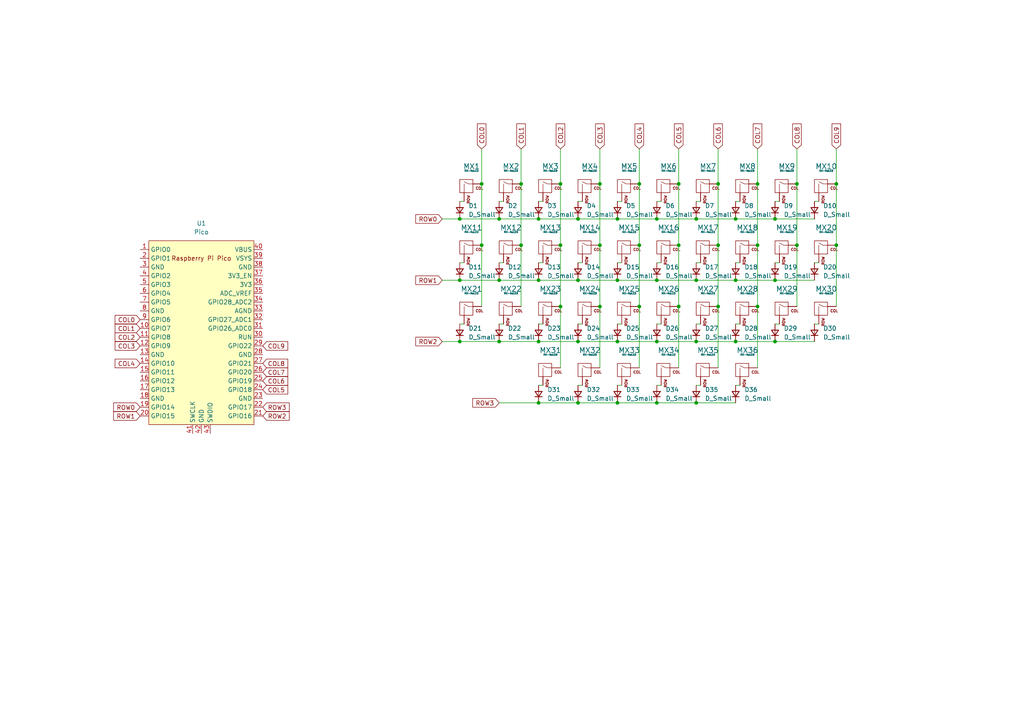
<source format=kicad_sch>
(kicad_sch (version 20211123) (generator eeschema)

  (uuid a43668d1-040d-4b1a-aac9-f8e1d264c652)

  (paper "A4")

  (lib_symbols
    (symbol "Device:D_Small" (pin_numbers hide) (pin_names (offset 0.254) hide) (in_bom yes) (on_board yes)
      (property "Reference" "D" (id 0) (at -1.27 2.032 0)
        (effects (font (size 1.27 1.27)) (justify left))
      )
      (property "Value" "D_Small" (id 1) (at -3.81 -2.032 0)
        (effects (font (size 1.27 1.27)) (justify left))
      )
      (property "Footprint" "" (id 2) (at 0 0 90)
        (effects (font (size 1.27 1.27)) hide)
      )
      (property "Datasheet" "~" (id 3) (at 0 0 90)
        (effects (font (size 1.27 1.27)) hide)
      )
      (property "ki_keywords" "diode" (id 4) (at 0 0 0)
        (effects (font (size 1.27 1.27)) hide)
      )
      (property "ki_description" "Diode, small symbol" (id 5) (at 0 0 0)
        (effects (font (size 1.27 1.27)) hide)
      )
      (property "ki_fp_filters" "TO-???* *_Diode_* *SingleDiode* D_*" (id 6) (at 0 0 0)
        (effects (font (size 1.27 1.27)) hide)
      )
      (symbol "D_Small_0_1"
        (polyline
          (pts
            (xy -0.762 -1.016)
            (xy -0.762 1.016)
          )
          (stroke (width 0.254) (type default) (color 0 0 0 0))
          (fill (type none))
        )
        (polyline
          (pts
            (xy -0.762 0)
            (xy 0.762 0)
          )
          (stroke (width 0) (type default) (color 0 0 0 0))
          (fill (type none))
        )
        (polyline
          (pts
            (xy 0.762 -1.016)
            (xy -0.762 0)
            (xy 0.762 1.016)
            (xy 0.762 -1.016)
          )
          (stroke (width 0.254) (type default) (color 0 0 0 0))
          (fill (type none))
        )
      )
      (symbol "D_Small_1_1"
        (pin passive line (at -2.54 0 0) (length 1.778)
          (name "K" (effects (font (size 1.27 1.27))))
          (number "1" (effects (font (size 1.27 1.27))))
        )
        (pin passive line (at 2.54 0 180) (length 1.778)
          (name "A" (effects (font (size 1.27 1.27))))
          (number "2" (effects (font (size 1.27 1.27))))
        )
      )
    )
    (symbol "MCU_RaspberryPi_and_Boards:Pico" (in_bom yes) (on_board yes)
      (property "Reference" "U" (id 0) (at -13.97 27.94 0)
        (effects (font (size 1.27 1.27)))
      )
      (property "Value" "Pico" (id 1) (at 0 19.05 0)
        (effects (font (size 1.27 1.27)))
      )
      (property "Footprint" "RPi_Pico:RPi_Pico_SMD_TH" (id 2) (at 0 0 90)
        (effects (font (size 1.27 1.27)) hide)
      )
      (property "Datasheet" "" (id 3) (at 0 0 0)
        (effects (font (size 1.27 1.27)) hide)
      )
      (symbol "Pico_0_0"
        (text "Raspberry Pi Pico" (at 0 21.59 0)
          (effects (font (size 1.27 1.27)))
        )
      )
      (symbol "Pico_0_1"
        (rectangle (start -15.24 26.67) (end 15.24 -26.67)
          (stroke (width 0) (type default) (color 0 0 0 0))
          (fill (type background))
        )
      )
      (symbol "Pico_1_1"
        (pin bidirectional line (at -17.78 24.13 0) (length 2.54)
          (name "GPIO0" (effects (font (size 1.27 1.27))))
          (number "1" (effects (font (size 1.27 1.27))))
        )
        (pin bidirectional line (at -17.78 1.27 0) (length 2.54)
          (name "GPIO7" (effects (font (size 1.27 1.27))))
          (number "10" (effects (font (size 1.27 1.27))))
        )
        (pin bidirectional line (at -17.78 -1.27 0) (length 2.54)
          (name "GPIO8" (effects (font (size 1.27 1.27))))
          (number "11" (effects (font (size 1.27 1.27))))
        )
        (pin bidirectional line (at -17.78 -3.81 0) (length 2.54)
          (name "GPIO9" (effects (font (size 1.27 1.27))))
          (number "12" (effects (font (size 1.27 1.27))))
        )
        (pin power_in line (at -17.78 -6.35 0) (length 2.54)
          (name "GND" (effects (font (size 1.27 1.27))))
          (number "13" (effects (font (size 1.27 1.27))))
        )
        (pin bidirectional line (at -17.78 -8.89 0) (length 2.54)
          (name "GPIO10" (effects (font (size 1.27 1.27))))
          (number "14" (effects (font (size 1.27 1.27))))
        )
        (pin bidirectional line (at -17.78 -11.43 0) (length 2.54)
          (name "GPIO11" (effects (font (size 1.27 1.27))))
          (number "15" (effects (font (size 1.27 1.27))))
        )
        (pin bidirectional line (at -17.78 -13.97 0) (length 2.54)
          (name "GPIO12" (effects (font (size 1.27 1.27))))
          (number "16" (effects (font (size 1.27 1.27))))
        )
        (pin bidirectional line (at -17.78 -16.51 0) (length 2.54)
          (name "GPIO13" (effects (font (size 1.27 1.27))))
          (number "17" (effects (font (size 1.27 1.27))))
        )
        (pin power_in line (at -17.78 -19.05 0) (length 2.54)
          (name "GND" (effects (font (size 1.27 1.27))))
          (number "18" (effects (font (size 1.27 1.27))))
        )
        (pin bidirectional line (at -17.78 -21.59 0) (length 2.54)
          (name "GPIO14" (effects (font (size 1.27 1.27))))
          (number "19" (effects (font (size 1.27 1.27))))
        )
        (pin bidirectional line (at -17.78 21.59 0) (length 2.54)
          (name "GPIO1" (effects (font (size 1.27 1.27))))
          (number "2" (effects (font (size 1.27 1.27))))
        )
        (pin bidirectional line (at -17.78 -24.13 0) (length 2.54)
          (name "GPIO15" (effects (font (size 1.27 1.27))))
          (number "20" (effects (font (size 1.27 1.27))))
        )
        (pin bidirectional line (at 17.78 -24.13 180) (length 2.54)
          (name "GPIO16" (effects (font (size 1.27 1.27))))
          (number "21" (effects (font (size 1.27 1.27))))
        )
        (pin bidirectional line (at 17.78 -21.59 180) (length 2.54)
          (name "GPIO17" (effects (font (size 1.27 1.27))))
          (number "22" (effects (font (size 1.27 1.27))))
        )
        (pin power_in line (at 17.78 -19.05 180) (length 2.54)
          (name "GND" (effects (font (size 1.27 1.27))))
          (number "23" (effects (font (size 1.27 1.27))))
        )
        (pin bidirectional line (at 17.78 -16.51 180) (length 2.54)
          (name "GPIO18" (effects (font (size 1.27 1.27))))
          (number "24" (effects (font (size 1.27 1.27))))
        )
        (pin bidirectional line (at 17.78 -13.97 180) (length 2.54)
          (name "GPIO19" (effects (font (size 1.27 1.27))))
          (number "25" (effects (font (size 1.27 1.27))))
        )
        (pin bidirectional line (at 17.78 -11.43 180) (length 2.54)
          (name "GPIO20" (effects (font (size 1.27 1.27))))
          (number "26" (effects (font (size 1.27 1.27))))
        )
        (pin bidirectional line (at 17.78 -8.89 180) (length 2.54)
          (name "GPIO21" (effects (font (size 1.27 1.27))))
          (number "27" (effects (font (size 1.27 1.27))))
        )
        (pin power_in line (at 17.78 -6.35 180) (length 2.54)
          (name "GND" (effects (font (size 1.27 1.27))))
          (number "28" (effects (font (size 1.27 1.27))))
        )
        (pin bidirectional line (at 17.78 -3.81 180) (length 2.54)
          (name "GPIO22" (effects (font (size 1.27 1.27))))
          (number "29" (effects (font (size 1.27 1.27))))
        )
        (pin power_in line (at -17.78 19.05 0) (length 2.54)
          (name "GND" (effects (font (size 1.27 1.27))))
          (number "3" (effects (font (size 1.27 1.27))))
        )
        (pin input line (at 17.78 -1.27 180) (length 2.54)
          (name "RUN" (effects (font (size 1.27 1.27))))
          (number "30" (effects (font (size 1.27 1.27))))
        )
        (pin bidirectional line (at 17.78 1.27 180) (length 2.54)
          (name "GPIO26_ADC0" (effects (font (size 1.27 1.27))))
          (number "31" (effects (font (size 1.27 1.27))))
        )
        (pin bidirectional line (at 17.78 3.81 180) (length 2.54)
          (name "GPIO27_ADC1" (effects (font (size 1.27 1.27))))
          (number "32" (effects (font (size 1.27 1.27))))
        )
        (pin power_in line (at 17.78 6.35 180) (length 2.54)
          (name "AGND" (effects (font (size 1.27 1.27))))
          (number "33" (effects (font (size 1.27 1.27))))
        )
        (pin bidirectional line (at 17.78 8.89 180) (length 2.54)
          (name "GPIO28_ADC2" (effects (font (size 1.27 1.27))))
          (number "34" (effects (font (size 1.27 1.27))))
        )
        (pin power_in line (at 17.78 11.43 180) (length 2.54)
          (name "ADC_VREF" (effects (font (size 1.27 1.27))))
          (number "35" (effects (font (size 1.27 1.27))))
        )
        (pin power_in line (at 17.78 13.97 180) (length 2.54)
          (name "3V3" (effects (font (size 1.27 1.27))))
          (number "36" (effects (font (size 1.27 1.27))))
        )
        (pin input line (at 17.78 16.51 180) (length 2.54)
          (name "3V3_EN" (effects (font (size 1.27 1.27))))
          (number "37" (effects (font (size 1.27 1.27))))
        )
        (pin bidirectional line (at 17.78 19.05 180) (length 2.54)
          (name "GND" (effects (font (size 1.27 1.27))))
          (number "38" (effects (font (size 1.27 1.27))))
        )
        (pin power_in line (at 17.78 21.59 180) (length 2.54)
          (name "VSYS" (effects (font (size 1.27 1.27))))
          (number "39" (effects (font (size 1.27 1.27))))
        )
        (pin bidirectional line (at -17.78 16.51 0) (length 2.54)
          (name "GPIO2" (effects (font (size 1.27 1.27))))
          (number "4" (effects (font (size 1.27 1.27))))
        )
        (pin power_in line (at 17.78 24.13 180) (length 2.54)
          (name "VBUS" (effects (font (size 1.27 1.27))))
          (number "40" (effects (font (size 1.27 1.27))))
        )
        (pin input line (at -2.54 -29.21 90) (length 2.54)
          (name "SWCLK" (effects (font (size 1.27 1.27))))
          (number "41" (effects (font (size 1.27 1.27))))
        )
        (pin power_in line (at 0 -29.21 90) (length 2.54)
          (name "GND" (effects (font (size 1.27 1.27))))
          (number "42" (effects (font (size 1.27 1.27))))
        )
        (pin bidirectional line (at 2.54 -29.21 90) (length 2.54)
          (name "SWDIO" (effects (font (size 1.27 1.27))))
          (number "43" (effects (font (size 1.27 1.27))))
        )
        (pin bidirectional line (at -17.78 13.97 0) (length 2.54)
          (name "GPIO3" (effects (font (size 1.27 1.27))))
          (number "5" (effects (font (size 1.27 1.27))))
        )
        (pin bidirectional line (at -17.78 11.43 0) (length 2.54)
          (name "GPIO4" (effects (font (size 1.27 1.27))))
          (number "6" (effects (font (size 1.27 1.27))))
        )
        (pin bidirectional line (at -17.78 8.89 0) (length 2.54)
          (name "GPIO5" (effects (font (size 1.27 1.27))))
          (number "7" (effects (font (size 1.27 1.27))))
        )
        (pin power_in line (at -17.78 6.35 0) (length 2.54)
          (name "GND" (effects (font (size 1.27 1.27))))
          (number "8" (effects (font (size 1.27 1.27))))
        )
        (pin bidirectional line (at -17.78 3.81 0) (length 2.54)
          (name "GPIO6" (effects (font (size 1.27 1.27))))
          (number "9" (effects (font (size 1.27 1.27))))
        )
      )
    )
    (symbol "MX_Alps_Hybrid:MX-NoLED" (pin_names (offset 1.016)) (in_bom yes) (on_board yes)
      (property "Reference" "MX" (id 0) (at -0.635 3.81 0)
        (effects (font (size 1.524 1.524)))
      )
      (property "Value" "MX-NoLED" (id 1) (at -0.635 1.27 0)
        (effects (font (size 0.508 0.508)))
      )
      (property "Footprint" "" (id 2) (at -15.875 -0.635 0)
        (effects (font (size 1.524 1.524)) hide)
      )
      (property "Datasheet" "" (id 3) (at -15.875 -0.635 0)
        (effects (font (size 1.524 1.524)) hide)
      )
      (symbol "MX-NoLED_0_0"
        (rectangle (start -2.54 2.54) (end 1.27 -1.27)
          (stroke (width 0) (type default) (color 0 0 0 0))
          (fill (type none))
        )
        (polyline
          (pts
            (xy -1.27 -1.27)
            (xy -1.27 1.27)
          )
          (stroke (width 0.127) (type default) (color 0 0 0 0))
          (fill (type none))
        )
        (polyline
          (pts
            (xy 1.27 1.27)
            (xy 0 1.27)
            (xy -1.27 1.905)
          )
          (stroke (width 0.127) (type default) (color 0 0 0 0))
          (fill (type none))
        )
        (text "COL" (at 3.175 0 0)
          (effects (font (size 0.762 0.762)))
        )
        (text "ROW" (at 0 -1.905 900)
          (effects (font (size 0.762 0.762)) (justify right))
        )
      )
      (symbol "MX-NoLED_1_1"
        (pin passive line (at 3.81 1.27 180) (length 2.54)
          (name "COL" (effects (font (size 0 0))))
          (number "1" (effects (font (size 0 0))))
        )
        (pin passive line (at -1.27 -3.81 90) (length 2.54)
          (name "ROW" (effects (font (size 0 0))))
          (number "2" (effects (font (size 0 0))))
        )
      )
    )
  )

  (junction (at 179.07 81.28) (diameter 0) (color 0 0 0 0)
    (uuid 053e1353-0d40-43d3-b27e-03e826d790c3)
  )
  (junction (at 144.78 99.06) (diameter 0) (color 0 0 0 0)
    (uuid 0a7e85dc-e81f-4db8-a5c8-60bd1481982c)
  )
  (junction (at 156.21 116.84) (diameter 0) (color 0 0 0 0)
    (uuid 0caf5e2e-bd85-4912-9081-7631fcc83ba7)
  )
  (junction (at 167.64 99.06) (diameter 0) (color 0 0 0 0)
    (uuid 121b129e-e099-4987-908f-fa6608e8f572)
  )
  (junction (at 190.5 116.84) (diameter 0) (color 0 0 0 0)
    (uuid 14f4e4f2-9d8e-4370-a7e5-ed9ac2707d12)
  )
  (junction (at 224.79 99.06) (diameter 0) (color 0 0 0 0)
    (uuid 1afad21a-e319-405c-81c6-1358b67c54a2)
  )
  (junction (at 139.7 53.34) (diameter 0) (color 0 0 0 0)
    (uuid 1b03783a-31bf-495a-af06-c9eb61492070)
  )
  (junction (at 173.99 71.12) (diameter 0) (color 0 0 0 0)
    (uuid 22a27e26-4653-42a6-81ba-6e34ba7afa91)
  )
  (junction (at 167.64 81.28) (diameter 0) (color 0 0 0 0)
    (uuid 23c96b6b-728e-471f-a5e7-0ecfc7a9d34e)
  )
  (junction (at 139.7 71.12) (diameter 0) (color 0 0 0 0)
    (uuid 278c8ae8-2d33-41c2-828b-66a4e1f7f7b9)
  )
  (junction (at 173.99 88.9) (diameter 0) (color 0 0 0 0)
    (uuid 2c67f3d6-ff6a-4218-9b8e-5321ddecc487)
  )
  (junction (at 167.64 116.84) (diameter 0) (color 0 0 0 0)
    (uuid 2f952c80-74c5-4919-9a02-7bf7d9866544)
  )
  (junction (at 179.07 63.5) (diameter 0) (color 0 0 0 0)
    (uuid 35250910-4552-4b4b-8def-e41d5ee0aea5)
  )
  (junction (at 179.07 116.84) (diameter 0) (color 0 0 0 0)
    (uuid 3587b87e-35cf-498c-be85-f7883ec5a816)
  )
  (junction (at 213.36 81.28) (diameter 0) (color 0 0 0 0)
    (uuid 396afc88-8778-45a8-90dc-a188ae0f6020)
  )
  (junction (at 167.64 63.5) (diameter 0) (color 0 0 0 0)
    (uuid 3bea4094-48aa-4dfc-aec9-b126ea262f9d)
  )
  (junction (at 190.5 63.5) (diameter 0) (color 0 0 0 0)
    (uuid 3f240f35-6a58-4e8e-8870-042545f22760)
  )
  (junction (at 133.35 99.06) (diameter 0) (color 0 0 0 0)
    (uuid 3f322f07-9197-4c55-b141-cfa240685a1c)
  )
  (junction (at 219.71 88.9) (diameter 0) (color 0 0 0 0)
    (uuid 4739c023-7dfe-4699-8c23-ab8c68cb2bdf)
  )
  (junction (at 208.28 53.34) (diameter 0) (color 0 0 0 0)
    (uuid 47496456-009e-441f-b525-93bde03c17ea)
  )
  (junction (at 185.42 53.34) (diameter 0) (color 0 0 0 0)
    (uuid 579e7014-1632-4918-a8ba-25ec952dfd36)
  )
  (junction (at 156.21 99.06) (diameter 0) (color 0 0 0 0)
    (uuid 5b7ba9aa-e1b1-4de5-9192-8e5771e9280c)
  )
  (junction (at 242.57 53.34) (diameter 0) (color 0 0 0 0)
    (uuid 623d8e37-8349-4b08-b8a9-b34b810b9c5e)
  )
  (junction (at 219.71 53.34) (diameter 0) (color 0 0 0 0)
    (uuid 66d0f2e4-0636-4c5c-898d-252beac9496b)
  )
  (junction (at 144.78 63.5) (diameter 0) (color 0 0 0 0)
    (uuid 746e8c40-1ad6-4e5a-af79-cf2bbf5b5c0f)
  )
  (junction (at 133.35 63.5) (diameter 0) (color 0 0 0 0)
    (uuid 75ab12d3-a22c-44bb-980d-1dfc56b2a3b3)
  )
  (junction (at 179.07 99.06) (diameter 0) (color 0 0 0 0)
    (uuid 7e257132-1dda-4f7f-abaa-e19dcdd96939)
  )
  (junction (at 162.56 88.9) (diameter 0) (color 0 0 0 0)
    (uuid 83e65d02-4f68-4bd1-93c1-685bc292aea3)
  )
  (junction (at 190.5 81.28) (diameter 0) (color 0 0 0 0)
    (uuid 9016f772-b4e9-42ac-8b3e-c4bf055f7b75)
  )
  (junction (at 213.36 63.5) (diameter 0) (color 0 0 0 0)
    (uuid 923e1f0c-3d86-4cf4-9a9a-ab0c941252c8)
  )
  (junction (at 151.13 71.12) (diameter 0) (color 0 0 0 0)
    (uuid a238b7fd-934a-4bda-a77a-439058fe3913)
  )
  (junction (at 201.93 63.5) (diameter 0) (color 0 0 0 0)
    (uuid ad8919a4-4c77-4638-8b79-554475842447)
  )
  (junction (at 156.21 81.28) (diameter 0) (color 0 0 0 0)
    (uuid b151a850-9b68-4da1-88c4-95cc3471390b)
  )
  (junction (at 231.14 71.12) (diameter 0) (color 0 0 0 0)
    (uuid b2e75130-bd40-46b9-bc13-3ebd5502387b)
  )
  (junction (at 219.71 71.12) (diameter 0) (color 0 0 0 0)
    (uuid b5bc4662-662a-4d04-a259-20b039adf08a)
  )
  (junction (at 201.93 116.84) (diameter 0) (color 0 0 0 0)
    (uuid b64f47f0-b893-41eb-996c-2f6b1c7a3b3d)
  )
  (junction (at 185.42 71.12) (diameter 0) (color 0 0 0 0)
    (uuid b69ad4a5-0c4e-419f-9216-6fd5248b5364)
  )
  (junction (at 208.28 88.9) (diameter 0) (color 0 0 0 0)
    (uuid bd46eb6f-aad1-4cf6-87c0-d15cdfce7df3)
  )
  (junction (at 162.56 71.12) (diameter 0) (color 0 0 0 0)
    (uuid c04d547b-dd20-43b7-accf-83cc6e55b122)
  )
  (junction (at 151.13 53.34) (diameter 0) (color 0 0 0 0)
    (uuid c4b246c7-12c9-4cc5-a760-2b2d162c9045)
  )
  (junction (at 196.85 53.34) (diameter 0) (color 0 0 0 0)
    (uuid c4be48b9-144f-450a-8027-913bad81e021)
  )
  (junction (at 201.93 99.06) (diameter 0) (color 0 0 0 0)
    (uuid c781b45d-1877-48db-9cdc-2e2ac0fddf9b)
  )
  (junction (at 242.57 71.12) (diameter 0) (color 0 0 0 0)
    (uuid d00d0d80-d8b8-4fc1-897d-41afe985d2c5)
  )
  (junction (at 190.5 99.06) (diameter 0) (color 0 0 0 0)
    (uuid d2ce2d4f-bf48-4377-a2ea-8bb0d0872f68)
  )
  (junction (at 224.79 81.28) (diameter 0) (color 0 0 0 0)
    (uuid d497614f-73f2-4cac-a6b6-61d70410a92f)
  )
  (junction (at 156.21 63.5) (diameter 0) (color 0 0 0 0)
    (uuid d570c57c-5281-4e11-a90b-3881858ad787)
  )
  (junction (at 224.79 63.5) (diameter 0) (color 0 0 0 0)
    (uuid d718c8d1-7603-49bf-ad60-49c05586a8dc)
  )
  (junction (at 133.35 81.28) (diameter 0) (color 0 0 0 0)
    (uuid d816131d-9f08-49fc-a81c-b5327554a132)
  )
  (junction (at 196.85 71.12) (diameter 0) (color 0 0 0 0)
    (uuid db03bdcd-ab18-4f1b-bc5d-cad675f0fa53)
  )
  (junction (at 201.93 81.28) (diameter 0) (color 0 0 0 0)
    (uuid dc756081-54f4-4cf4-a4b8-0e3d4ce77fb1)
  )
  (junction (at 144.78 81.28) (diameter 0) (color 0 0 0 0)
    (uuid dec66ba5-9709-4c55-827b-91a74c4d9bbf)
  )
  (junction (at 185.42 88.9) (diameter 0) (color 0 0 0 0)
    (uuid e1cbe2fd-4e89-492a-99a2-b093669cc1b0)
  )
  (junction (at 162.56 53.34) (diameter 0) (color 0 0 0 0)
    (uuid e5b3eb90-a494-4142-a7cb-c0e4231524a7)
  )
  (junction (at 231.14 53.34) (diameter 0) (color 0 0 0 0)
    (uuid e99d690d-2e21-4a94-a44f-e59fdd2e3086)
  )
  (junction (at 196.85 88.9) (diameter 0) (color 0 0 0 0)
    (uuid ecaecc1a-7f3e-4bc9-a429-b6eb7e3af435)
  )
  (junction (at 208.28 71.12) (diameter 0) (color 0 0 0 0)
    (uuid efdfe938-896d-4a4e-a522-7897eca51bee)
  )
  (junction (at 213.36 99.06) (diameter 0) (color 0 0 0 0)
    (uuid f4cdf007-b9b8-40fd-a5cc-31451b184991)
  )
  (junction (at 173.99 53.34) (diameter 0) (color 0 0 0 0)
    (uuid f59d1018-c4cc-4580-9b51-30d0da1cfb4c)
  )

  (wire (pts (xy 208.28 71.12) (xy 208.28 88.9))
    (stroke (width 0) (type default) (color 0 0 0 0))
    (uuid 033411a4-3c02-414a-8d83-b701ce193944)
  )
  (wire (pts (xy 144.78 58.42) (xy 146.05 58.42))
    (stroke (width 0) (type default) (color 0 0 0 0))
    (uuid 042c9707-a99d-4848-b2fb-6fcbedebfdf2)
  )
  (wire (pts (xy 231.14 53.34) (xy 231.14 71.12))
    (stroke (width 0) (type default) (color 0 0 0 0))
    (uuid 05705251-a373-4e41-9b76-0eb81aba093e)
  )
  (wire (pts (xy 190.5 99.06) (xy 201.93 99.06))
    (stroke (width 0) (type default) (color 0 0 0 0))
    (uuid 0a378b62-4775-4aa3-837f-d3391ce544e6)
  )
  (wire (pts (xy 201.93 111.76) (xy 203.2 111.76))
    (stroke (width 0) (type default) (color 0 0 0 0))
    (uuid 0bfb5c7b-e5e2-46f5-960b-4da2cac6539f)
  )
  (wire (pts (xy 242.57 71.12) (xy 242.57 88.9))
    (stroke (width 0) (type default) (color 0 0 0 0))
    (uuid 0e15a64a-e4e4-493c-a139-59294559fa51)
  )
  (wire (pts (xy 179.07 58.42) (xy 180.34 58.42))
    (stroke (width 0) (type default) (color 0 0 0 0))
    (uuid 12512754-2f2e-4426-9f6b-591c737af405)
  )
  (wire (pts (xy 173.99 88.9) (xy 173.99 106.68))
    (stroke (width 0) (type default) (color 0 0 0 0))
    (uuid 18e294af-7176-465b-85c3-62c1cc334f61)
  )
  (wire (pts (xy 179.07 111.76) (xy 180.34 111.76))
    (stroke (width 0) (type default) (color 0 0 0 0))
    (uuid 19562165-c041-4b10-997d-4c2d75567cf2)
  )
  (wire (pts (xy 162.56 88.9) (xy 162.56 106.68))
    (stroke (width 0) (type default) (color 0 0 0 0))
    (uuid 1d51b987-f43a-41c4-bf4c-fd94c58347a9)
  )
  (wire (pts (xy 167.64 111.76) (xy 168.91 111.76))
    (stroke (width 0) (type default) (color 0 0 0 0))
    (uuid 1e885003-2329-4c37-8337-7ca9d1191736)
  )
  (wire (pts (xy 167.64 76.2) (xy 168.91 76.2))
    (stroke (width 0) (type default) (color 0 0 0 0))
    (uuid 21a97126-9742-49b0-80ec-e7556e28baef)
  )
  (wire (pts (xy 201.93 116.84) (xy 213.36 116.84))
    (stroke (width 0) (type default) (color 0 0 0 0))
    (uuid 231ca0a6-1c84-4dda-b648-fec839724e19)
  )
  (wire (pts (xy 201.93 93.98) (xy 203.2 93.98))
    (stroke (width 0) (type default) (color 0 0 0 0))
    (uuid 23978ea3-dcc5-49e1-98b6-c3f5e18cb0cf)
  )
  (wire (pts (xy 231.14 43.18) (xy 231.14 53.34))
    (stroke (width 0) (type default) (color 0 0 0 0))
    (uuid 2490bc78-f695-4843-985f-55c04932b228)
  )
  (wire (pts (xy 162.56 71.12) (xy 162.56 88.9))
    (stroke (width 0) (type default) (color 0 0 0 0))
    (uuid 2cac7f9a-33f6-4c60-b0bc-3948793d2467)
  )
  (wire (pts (xy 167.64 81.28) (xy 179.07 81.28))
    (stroke (width 0) (type default) (color 0 0 0 0))
    (uuid 2e145a67-0bf5-427a-8993-da37d9d54e53)
  )
  (wire (pts (xy 151.13 43.18) (xy 151.13 53.34))
    (stroke (width 0) (type default) (color 0 0 0 0))
    (uuid 2f89aabb-b931-4bb1-9641-02bec2719613)
  )
  (wire (pts (xy 208.28 53.34) (xy 208.28 71.12))
    (stroke (width 0) (type default) (color 0 0 0 0))
    (uuid 3153f7ce-af60-451a-9f79-cb406d38d5dd)
  )
  (wire (pts (xy 139.7 71.12) (xy 139.7 88.9))
    (stroke (width 0) (type default) (color 0 0 0 0))
    (uuid 34320334-49ab-4959-9b14-94cabaaecb08)
  )
  (wire (pts (xy 156.21 58.42) (xy 157.48 58.42))
    (stroke (width 0) (type default) (color 0 0 0 0))
    (uuid 343cc90a-496b-41ac-b6e2-45a7cb08378f)
  )
  (wire (pts (xy 156.21 116.84) (xy 167.64 116.84))
    (stroke (width 0) (type default) (color 0 0 0 0))
    (uuid 383222db-6487-4a3b-bb84-897491101da4)
  )
  (wire (pts (xy 179.07 81.28) (xy 190.5 81.28))
    (stroke (width 0) (type default) (color 0 0 0 0))
    (uuid 388a8006-7bd9-4fc4-b458-8ace32a85eb8)
  )
  (wire (pts (xy 156.21 63.5) (xy 167.64 63.5))
    (stroke (width 0) (type default) (color 0 0 0 0))
    (uuid 39798d40-19f6-4b4b-9a54-e49a1d300b21)
  )
  (wire (pts (xy 133.35 58.42) (xy 134.62 58.42))
    (stroke (width 0) (type default) (color 0 0 0 0))
    (uuid 3991b57f-3892-4933-b69e-cd8dc81195a5)
  )
  (wire (pts (xy 190.5 93.98) (xy 191.77 93.98))
    (stroke (width 0) (type default) (color 0 0 0 0))
    (uuid 4314976b-6709-4600-8759-0a2ee4a4c8f2)
  )
  (wire (pts (xy 236.22 76.2) (xy 237.49 76.2))
    (stroke (width 0) (type default) (color 0 0 0 0))
    (uuid 45c700d5-3b36-44db-9656-460d0bd2e7cb)
  )
  (wire (pts (xy 167.64 116.84) (xy 179.07 116.84))
    (stroke (width 0) (type default) (color 0 0 0 0))
    (uuid 45ed4064-0358-4bab-8f91-5f75d6d79471)
  )
  (wire (pts (xy 201.93 63.5) (xy 213.36 63.5))
    (stroke (width 0) (type default) (color 0 0 0 0))
    (uuid 4da8aa31-abc0-4142-80e5-b3ea2bcc5412)
  )
  (wire (pts (xy 167.64 99.06) (xy 179.07 99.06))
    (stroke (width 0) (type default) (color 0 0 0 0))
    (uuid 4eafb820-594f-4629-b99e-2d46dc3c58c1)
  )
  (wire (pts (xy 208.28 88.9) (xy 208.28 106.68))
    (stroke (width 0) (type default) (color 0 0 0 0))
    (uuid 4fc9afea-821c-49e1-a403-a1915c80bf29)
  )
  (wire (pts (xy 133.35 93.98) (xy 134.62 93.98))
    (stroke (width 0) (type default) (color 0 0 0 0))
    (uuid 51b591ef-ad61-4c03-b74c-aeff1e85f391)
  )
  (wire (pts (xy 236.22 93.98) (xy 237.49 93.98))
    (stroke (width 0) (type default) (color 0 0 0 0))
    (uuid 5507d7fc-16d9-4a11-a343-d0cd29c7ea5f)
  )
  (wire (pts (xy 179.07 76.2) (xy 180.34 76.2))
    (stroke (width 0) (type default) (color 0 0 0 0))
    (uuid 553c959d-f0da-4c78-b733-54beb7495206)
  )
  (wire (pts (xy 196.85 71.12) (xy 196.85 88.9))
    (stroke (width 0) (type default) (color 0 0 0 0))
    (uuid 564f4792-a9c6-481f-9f07-16d3ba369373)
  )
  (wire (pts (xy 173.99 71.12) (xy 173.99 88.9))
    (stroke (width 0) (type default) (color 0 0 0 0))
    (uuid 578ff1e6-ed1a-42d9-ab1e-1c9ff8b0b4f6)
  )
  (wire (pts (xy 179.07 116.84) (xy 190.5 116.84))
    (stroke (width 0) (type default) (color 0 0 0 0))
    (uuid 57ac341a-1da5-458a-b10e-8572b841520e)
  )
  (wire (pts (xy 224.79 76.2) (xy 226.06 76.2))
    (stroke (width 0) (type default) (color 0 0 0 0))
    (uuid 5e59040f-20c1-4ff7-b714-57616999f99d)
  )
  (wire (pts (xy 128.27 63.5) (xy 133.35 63.5))
    (stroke (width 0) (type default) (color 0 0 0 0))
    (uuid 60b59f55-5a2a-41e0-8734-30141656d74b)
  )
  (wire (pts (xy 156.21 81.28) (xy 167.64 81.28))
    (stroke (width 0) (type default) (color 0 0 0 0))
    (uuid 635fb311-3e6e-4c78-be41-f3c102e59a62)
  )
  (wire (pts (xy 133.35 81.28) (xy 144.78 81.28))
    (stroke (width 0) (type default) (color 0 0 0 0))
    (uuid 640f0c77-8b0a-471c-8be7-996fea070ce5)
  )
  (wire (pts (xy 162.56 43.18) (xy 162.56 53.34))
    (stroke (width 0) (type default) (color 0 0 0 0))
    (uuid 64d86e31-d812-460a-aabe-99270c834417)
  )
  (wire (pts (xy 213.36 111.76) (xy 214.63 111.76))
    (stroke (width 0) (type default) (color 0 0 0 0))
    (uuid 67b19fd5-1dc0-4a95-9523-c0d287374519)
  )
  (wire (pts (xy 201.93 99.06) (xy 213.36 99.06))
    (stroke (width 0) (type default) (color 0 0 0 0))
    (uuid 6924716f-624c-4fe2-b140-6178fecda2af)
  )
  (wire (pts (xy 185.42 88.9) (xy 185.42 106.68))
    (stroke (width 0) (type default) (color 0 0 0 0))
    (uuid 6e4745d9-2c9c-4d52-b4a5-ba6db7f4b803)
  )
  (wire (pts (xy 201.93 58.42) (xy 203.2 58.42))
    (stroke (width 0) (type default) (color 0 0 0 0))
    (uuid 70bb309e-4557-4741-ab4b-91181665041c)
  )
  (wire (pts (xy 213.36 76.2) (xy 214.63 76.2))
    (stroke (width 0) (type default) (color 0 0 0 0))
    (uuid 719d5f8e-61c3-4b29-8e77-504754289c69)
  )
  (wire (pts (xy 156.21 93.98) (xy 157.48 93.98))
    (stroke (width 0) (type default) (color 0 0 0 0))
    (uuid 72b778e2-b696-45cc-ba9d-ee6b9673d006)
  )
  (wire (pts (xy 139.7 43.18) (xy 139.7 53.34))
    (stroke (width 0) (type default) (color 0 0 0 0))
    (uuid 72e38157-3874-475f-94f5-0d0c1d27082a)
  )
  (wire (pts (xy 144.78 81.28) (xy 156.21 81.28))
    (stroke (width 0) (type default) (color 0 0 0 0))
    (uuid 743f39ae-e9e6-4029-959b-4db7d6ee80d7)
  )
  (wire (pts (xy 236.22 58.42) (xy 237.49 58.42))
    (stroke (width 0) (type default) (color 0 0 0 0))
    (uuid 79928389-e133-468a-aa0a-4e4ff7139326)
  )
  (wire (pts (xy 224.79 58.42) (xy 226.06 58.42))
    (stroke (width 0) (type default) (color 0 0 0 0))
    (uuid 7bc1bda6-7dc7-4fec-bf93-c4cd501cd279)
  )
  (wire (pts (xy 162.56 53.34) (xy 162.56 71.12))
    (stroke (width 0) (type default) (color 0 0 0 0))
    (uuid 7c00a316-ac6f-41eb-bca3-c9401e67ef10)
  )
  (wire (pts (xy 219.71 53.34) (xy 219.71 71.12))
    (stroke (width 0) (type default) (color 0 0 0 0))
    (uuid 7f0bad5a-f2a2-4b92-b2b1-28d24a612ade)
  )
  (wire (pts (xy 156.21 99.06) (xy 167.64 99.06))
    (stroke (width 0) (type default) (color 0 0 0 0))
    (uuid 7fb4523a-fe77-4f6c-b7bf-8f67e1426875)
  )
  (wire (pts (xy 219.71 43.18) (xy 219.71 53.34))
    (stroke (width 0) (type default) (color 0 0 0 0))
    (uuid 80d42be3-6efe-4278-945e-d52f747df94c)
  )
  (wire (pts (xy 201.93 76.2) (xy 203.2 76.2))
    (stroke (width 0) (type default) (color 0 0 0 0))
    (uuid 8107e1fe-d36b-4b3c-986f-bfe97c675827)
  )
  (wire (pts (xy 190.5 81.28) (xy 201.93 81.28))
    (stroke (width 0) (type default) (color 0 0 0 0))
    (uuid 856acf51-11f6-4b22-9cf4-e566719094c2)
  )
  (wire (pts (xy 128.27 81.28) (xy 133.35 81.28))
    (stroke (width 0) (type default) (color 0 0 0 0))
    (uuid 85d91a75-beb6-4bdb-89e4-46b504b80aca)
  )
  (wire (pts (xy 190.5 116.84) (xy 201.93 116.84))
    (stroke (width 0) (type default) (color 0 0 0 0))
    (uuid 8668216d-298c-4953-ad97-b68cd32cbad7)
  )
  (wire (pts (xy 196.85 53.34) (xy 196.85 71.12))
    (stroke (width 0) (type default) (color 0 0 0 0))
    (uuid 883365dc-52b7-43bb-9dcf-9516bfaf025e)
  )
  (wire (pts (xy 133.35 63.5) (xy 144.78 63.5))
    (stroke (width 0) (type default) (color 0 0 0 0))
    (uuid 8914961a-8fb8-4f77-91ca-dfca133ef506)
  )
  (wire (pts (xy 224.79 93.98) (xy 226.06 93.98))
    (stroke (width 0) (type default) (color 0 0 0 0))
    (uuid 89b02e78-9f6e-455b-a8c2-663a47687365)
  )
  (wire (pts (xy 156.21 76.2) (xy 157.48 76.2))
    (stroke (width 0) (type default) (color 0 0 0 0))
    (uuid 8e0dc663-3e9f-44ca-9f77-236358860de1)
  )
  (wire (pts (xy 190.5 76.2) (xy 191.77 76.2))
    (stroke (width 0) (type default) (color 0 0 0 0))
    (uuid 92154491-3df9-4a22-8e56-070dc09b8e45)
  )
  (wire (pts (xy 185.42 71.12) (xy 185.42 88.9))
    (stroke (width 0) (type default) (color 0 0 0 0))
    (uuid 9489680a-5580-4439-85ca-76f4404a45f3)
  )
  (wire (pts (xy 219.71 71.12) (xy 219.71 88.9))
    (stroke (width 0) (type default) (color 0 0 0 0))
    (uuid 964016ac-c698-4f94-8a3e-fb5f3f3acbad)
  )
  (wire (pts (xy 173.99 53.34) (xy 173.99 71.12))
    (stroke (width 0) (type default) (color 0 0 0 0))
    (uuid 9a1f245c-ab42-4302-a9ce-322c4f04e3e3)
  )
  (wire (pts (xy 190.5 58.42) (xy 191.77 58.42))
    (stroke (width 0) (type default) (color 0 0 0 0))
    (uuid 9b725e6a-c546-4be9-b734-41eb07658f4a)
  )
  (wire (pts (xy 213.36 93.98) (xy 214.63 93.98))
    (stroke (width 0) (type default) (color 0 0 0 0))
    (uuid 9c244e32-9e2e-477c-95c5-013658124410)
  )
  (wire (pts (xy 144.78 99.06) (xy 156.21 99.06))
    (stroke (width 0) (type default) (color 0 0 0 0))
    (uuid 9c297d1f-41da-4344-a9ad-1e02c10f34c7)
  )
  (wire (pts (xy 196.85 43.18) (xy 196.85 53.34))
    (stroke (width 0) (type default) (color 0 0 0 0))
    (uuid 9eac20f3-f1fe-4cfe-ba16-ec2fe17becd8)
  )
  (wire (pts (xy 224.79 81.28) (xy 236.22 81.28))
    (stroke (width 0) (type default) (color 0 0 0 0))
    (uuid a0474458-a272-4b58-990c-f131c156f2de)
  )
  (wire (pts (xy 128.27 99.06) (xy 133.35 99.06))
    (stroke (width 0) (type default) (color 0 0 0 0))
    (uuid a1e218cf-798a-44ff-abbd-7367b471b7a5)
  )
  (wire (pts (xy 133.35 99.06) (xy 144.78 99.06))
    (stroke (width 0) (type default) (color 0 0 0 0))
    (uuid a291a8da-e938-4e24-b669-ae0934055d91)
  )
  (wire (pts (xy 167.64 63.5) (xy 179.07 63.5))
    (stroke (width 0) (type default) (color 0 0 0 0))
    (uuid a7682fdd-85f6-4c04-b3ea-c8df85ec9abf)
  )
  (wire (pts (xy 179.07 99.06) (xy 190.5 99.06))
    (stroke (width 0) (type default) (color 0 0 0 0))
    (uuid b1706f78-fae0-4ebd-a719-01da44a2df1f)
  )
  (wire (pts (xy 139.7 53.34) (xy 139.7 71.12))
    (stroke (width 0) (type default) (color 0 0 0 0))
    (uuid b207512e-2475-4126-a2a4-57799c74d520)
  )
  (wire (pts (xy 151.13 71.12) (xy 151.13 88.9))
    (stroke (width 0) (type default) (color 0 0 0 0))
    (uuid b32c1422-87ae-4a96-bcc6-ffec41619534)
  )
  (wire (pts (xy 213.36 99.06) (xy 224.79 99.06))
    (stroke (width 0) (type default) (color 0 0 0 0))
    (uuid b6a5d0b2-cb06-4830-934e-6ee8ffc3a217)
  )
  (wire (pts (xy 196.85 88.9) (xy 196.85 106.68))
    (stroke (width 0) (type default) (color 0 0 0 0))
    (uuid b6cd9756-6016-4fe9-a0ce-c8b2fdfb4ac9)
  )
  (wire (pts (xy 213.36 81.28) (xy 224.79 81.28))
    (stroke (width 0) (type default) (color 0 0 0 0))
    (uuid b7b2292f-4f96-4b71-a625-c2836d512cd8)
  )
  (wire (pts (xy 224.79 99.06) (xy 236.22 99.06))
    (stroke (width 0) (type default) (color 0 0 0 0))
    (uuid b7df531b-4b0b-4067-ad6a-e9d0e83e35e1)
  )
  (wire (pts (xy 173.99 43.18) (xy 173.99 53.34))
    (stroke (width 0) (type default) (color 0 0 0 0))
    (uuid b9287457-e8df-43de-8d32-b7ede0e4607c)
  )
  (wire (pts (xy 144.78 93.98) (xy 146.05 93.98))
    (stroke (width 0) (type default) (color 0 0 0 0))
    (uuid b9c1a251-27e3-4fa9-a97f-1fab4730b06b)
  )
  (wire (pts (xy 224.79 63.5) (xy 236.22 63.5))
    (stroke (width 0) (type default) (color 0 0 0 0))
    (uuid bdd84b75-4f50-4b47-bcc4-a0c332d0b534)
  )
  (wire (pts (xy 185.42 53.34) (xy 185.42 71.12))
    (stroke (width 0) (type default) (color 0 0 0 0))
    (uuid cceb6f40-fabc-42e4-aef9-a99a6fd2fae6)
  )
  (wire (pts (xy 190.5 63.5) (xy 201.93 63.5))
    (stroke (width 0) (type default) (color 0 0 0 0))
    (uuid cd7d81b3-9b67-4519-a7bd-0422479dd040)
  )
  (wire (pts (xy 144.78 116.84) (xy 156.21 116.84))
    (stroke (width 0) (type default) (color 0 0 0 0))
    (uuid cefa1c3e-a4c4-4f04-9717-c62bfa0f46f2)
  )
  (wire (pts (xy 231.14 71.12) (xy 231.14 88.9))
    (stroke (width 0) (type default) (color 0 0 0 0))
    (uuid cf060854-a82d-4fab-8be0-ad2fbec2b3ed)
  )
  (wire (pts (xy 208.28 43.18) (xy 208.28 53.34))
    (stroke (width 0) (type default) (color 0 0 0 0))
    (uuid d0b99b71-ff8c-4f8b-a717-dc147397c2d9)
  )
  (wire (pts (xy 213.36 58.42) (xy 214.63 58.42))
    (stroke (width 0) (type default) (color 0 0 0 0))
    (uuid d1defb9f-0958-4942-8c27-803888a54ed0)
  )
  (wire (pts (xy 144.78 63.5) (xy 156.21 63.5))
    (stroke (width 0) (type default) (color 0 0 0 0))
    (uuid d56689b5-c0a0-4fce-a3c1-d1cf49ad8dde)
  )
  (wire (pts (xy 219.71 88.9) (xy 219.71 106.68))
    (stroke (width 0) (type default) (color 0 0 0 0))
    (uuid d69cea43-eeaf-4e51-a753-669731d5f5a7)
  )
  (wire (pts (xy 144.78 76.2) (xy 146.05 76.2))
    (stroke (width 0) (type default) (color 0 0 0 0))
    (uuid d7058d9c-e71a-408b-b8da-e616feb46198)
  )
  (wire (pts (xy 167.64 93.98) (xy 168.91 93.98))
    (stroke (width 0) (type default) (color 0 0 0 0))
    (uuid d917728c-6425-4c6a-bc5f-40d9902f801b)
  )
  (wire (pts (xy 190.5 111.76) (xy 191.77 111.76))
    (stroke (width 0) (type default) (color 0 0 0 0))
    (uuid e03b70bc-4546-49b2-98e5-a73763871a80)
  )
  (wire (pts (xy 156.21 111.76) (xy 157.48 111.76))
    (stroke (width 0) (type default) (color 0 0 0 0))
    (uuid e4cc7cdf-e0aa-4952-b78e-429851665fb1)
  )
  (wire (pts (xy 151.13 53.34) (xy 151.13 71.12))
    (stroke (width 0) (type default) (color 0 0 0 0))
    (uuid e7aaa53f-729f-443f-9486-f37682ce98e9)
  )
  (wire (pts (xy 179.07 93.98) (xy 180.34 93.98))
    (stroke (width 0) (type default) (color 0 0 0 0))
    (uuid e91d0058-c1a2-4365-adfb-7649f7155ff9)
  )
  (wire (pts (xy 167.64 58.42) (xy 168.91 58.42))
    (stroke (width 0) (type default) (color 0 0 0 0))
    (uuid eb7334bf-e9f4-4fa3-97ff-715ee3385f4c)
  )
  (wire (pts (xy 185.42 43.18) (xy 185.42 53.34))
    (stroke (width 0) (type default) (color 0 0 0 0))
    (uuid ebeb983c-bcb2-43d2-8ce0-64fa3a317734)
  )
  (wire (pts (xy 242.57 43.18) (xy 242.57 53.34))
    (stroke (width 0) (type default) (color 0 0 0 0))
    (uuid ecb0416e-f1c7-47f0-9a3e-5ff7060376ce)
  )
  (wire (pts (xy 133.35 76.2) (xy 134.62 76.2))
    (stroke (width 0) (type default) (color 0 0 0 0))
    (uuid ee293fbc-5bef-4dde-b277-47d7ef30ec08)
  )
  (wire (pts (xy 179.07 63.5) (xy 190.5 63.5))
    (stroke (width 0) (type default) (color 0 0 0 0))
    (uuid f05c4526-9dcd-4179-9bdf-cf85c055f762)
  )
  (wire (pts (xy 201.93 81.28) (xy 213.36 81.28))
    (stroke (width 0) (type default) (color 0 0 0 0))
    (uuid f5f31b85-fd9d-4052-87e9-1c3574f5e297)
  )
  (wire (pts (xy 213.36 63.5) (xy 224.79 63.5))
    (stroke (width 0) (type default) (color 0 0 0 0))
    (uuid fec64658-8434-45c3-92fb-e6a3e5421fc6)
  )
  (wire (pts (xy 242.57 53.34) (xy 242.57 71.12))
    (stroke (width 0) (type default) (color 0 0 0 0))
    (uuid ffd52543-55ae-4e9b-b8c7-f2d058f2bd47)
  )

  (global_label "COL9" (shape input) (at 76.2 100.33 0) (fields_autoplaced)
    (effects (font (size 1.27 1.27)) (justify left))
    (uuid 03cb71dc-aa9f-4ef4-9b19-7d6989258e7e)
    (property "Intersheet References" "${INTERSHEET_REFS}" (id 0) (at 83.4512 100.2506 0)
      (effects (font (size 1.27 1.27)) (justify left) hide)
    )
  )
  (global_label "ROW2" (shape input) (at 128.27 99.06 180) (fields_autoplaced)
    (effects (font (size 1.27 1.27)) (justify right))
    (uuid 08d00926-48d2-4ed3-826a-9b58f5c97659)
    (property "Intersheet References" "${INTERSHEET_REFS}" (id 0) (at 120.5955 98.9806 0)
      (effects (font (size 1.27 1.27)) (justify right) hide)
    )
  )
  (global_label "COL1" (shape input) (at 40.64 95.25 180) (fields_autoplaced)
    (effects (font (size 1.27 1.27)) (justify right))
    (uuid 1b9cef90-4d8f-4c7b-9f25-8e93e2c82926)
    (property "Intersheet References" "${INTERSHEET_REFS}" (id 0) (at 33.3888 95.1706 0)
      (effects (font (size 1.27 1.27)) (justify right) hide)
    )
  )
  (global_label "COL5" (shape input) (at 196.85 43.18 90) (fields_autoplaced)
    (effects (font (size 1.27 1.27)) (justify left))
    (uuid 1d0f9b6b-71fa-4fdf-ae30-3d01f3941092)
    (property "Intersheet References" "${INTERSHEET_REFS}" (id 0) (at 196.7706 35.9288 90)
      (effects (font (size 1.27 1.27)) (justify left) hide)
    )
  )
  (global_label "COL8" (shape input) (at 231.14 43.18 90) (fields_autoplaced)
    (effects (font (size 1.27 1.27)) (justify left))
    (uuid 28380ad7-2c2c-4a61-b954-1fe98ed47956)
    (property "Intersheet References" "${INTERSHEET_REFS}" (id 0) (at 231.0606 35.9288 90)
      (effects (font (size 1.27 1.27)) (justify left) hide)
    )
  )
  (global_label "COL2" (shape input) (at 40.64 97.79 180) (fields_autoplaced)
    (effects (font (size 1.27 1.27)) (justify right))
    (uuid 2fea9376-e64b-4ea0-a2be-bfafcd0c9189)
    (property "Intersheet References" "${INTERSHEET_REFS}" (id 0) (at 33.3888 97.7106 0)
      (effects (font (size 1.27 1.27)) (justify right) hide)
    )
  )
  (global_label "COL6" (shape input) (at 208.28 43.18 90) (fields_autoplaced)
    (effects (font (size 1.27 1.27)) (justify left))
    (uuid 3c2411e6-feaa-4808-8cfa-e921ec7bd183)
    (property "Intersheet References" "${INTERSHEET_REFS}" (id 0) (at 208.2006 35.9288 90)
      (effects (font (size 1.27 1.27)) (justify left) hide)
    )
  )
  (global_label "COL6" (shape input) (at 76.2 110.49 0) (fields_autoplaced)
    (effects (font (size 1.27 1.27)) (justify left))
    (uuid 45724ebf-b756-4848-9003-54781c32b9c7)
    (property "Intersheet References" "${INTERSHEET_REFS}" (id 0) (at 83.4512 110.4106 0)
      (effects (font (size 1.27 1.27)) (justify left) hide)
    )
  )
  (global_label "COL9" (shape input) (at 242.57 43.18 90) (fields_autoplaced)
    (effects (font (size 1.27 1.27)) (justify left))
    (uuid 459e8a72-f5d7-4178-8880-95111218bbe3)
    (property "Intersheet References" "${INTERSHEET_REFS}" (id 0) (at 242.4906 35.9288 90)
      (effects (font (size 1.27 1.27)) (justify left) hide)
    )
  )
  (global_label "ROW3" (shape input) (at 76.2 118.11 0) (fields_autoplaced)
    (effects (font (size 1.27 1.27)) (justify left))
    (uuid 520536b8-173a-4330-a5d3-1ea2b3d01cc1)
    (property "Intersheet References" "${INTERSHEET_REFS}" (id 0) (at 83.8745 118.0306 0)
      (effects (font (size 1.27 1.27)) (justify left) hide)
    )
  )
  (global_label "COL7" (shape input) (at 76.2 107.95 0) (fields_autoplaced)
    (effects (font (size 1.27 1.27)) (justify left))
    (uuid 56a6243c-1598-45e5-bfe0-832d04778962)
    (property "Intersheet References" "${INTERSHEET_REFS}" (id 0) (at 83.4512 107.8706 0)
      (effects (font (size 1.27 1.27)) (justify left) hide)
    )
  )
  (global_label "COL8" (shape input) (at 76.2 105.41 0) (fields_autoplaced)
    (effects (font (size 1.27 1.27)) (justify left))
    (uuid 58323f1b-ca2a-4c1d-b699-a594d763332c)
    (property "Intersheet References" "${INTERSHEET_REFS}" (id 0) (at 83.4512 105.3306 0)
      (effects (font (size 1.27 1.27)) (justify left) hide)
    )
  )
  (global_label "COL1" (shape input) (at 151.13 43.18 90) (fields_autoplaced)
    (effects (font (size 1.27 1.27)) (justify left))
    (uuid 594cc239-c561-4514-84c1-4c4c554a518c)
    (property "Intersheet References" "${INTERSHEET_REFS}" (id 0) (at 151.0506 35.9288 90)
      (effects (font (size 1.27 1.27)) (justify left) hide)
    )
  )
  (global_label "COL3" (shape input) (at 40.64 100.33 180) (fields_autoplaced)
    (effects (font (size 1.27 1.27)) (justify right))
    (uuid 6e73c3c9-3996-4066-9e7a-a2a9d1e582e5)
    (property "Intersheet References" "${INTERSHEET_REFS}" (id 0) (at 33.3888 100.2506 0)
      (effects (font (size 1.27 1.27)) (justify right) hide)
    )
  )
  (global_label "ROW2" (shape input) (at 76.2 120.65 0) (fields_autoplaced)
    (effects (font (size 1.27 1.27)) (justify left))
    (uuid 7068626d-7f23-4875-a6f9-39025b8514cc)
    (property "Intersheet References" "${INTERSHEET_REFS}" (id 0) (at 83.8745 120.5706 0)
      (effects (font (size 1.27 1.27)) (justify left) hide)
    )
  )
  (global_label "ROW1" (shape input) (at 128.27 81.28 180) (fields_autoplaced)
    (effects (font (size 1.27 1.27)) (justify right))
    (uuid 727feb46-c02e-49e9-b8c8-0037324dead3)
    (property "Intersheet References" "${INTERSHEET_REFS}" (id 0) (at 120.5955 81.2006 0)
      (effects (font (size 1.27 1.27)) (justify right) hide)
    )
  )
  (global_label "COL2" (shape input) (at 162.56 43.18 90) (fields_autoplaced)
    (effects (font (size 1.27 1.27)) (justify left))
    (uuid 8ff0077e-e259-4a35-9e55-21c41a66c489)
    (property "Intersheet References" "${INTERSHEET_REFS}" (id 0) (at 162.4806 35.9288 90)
      (effects (font (size 1.27 1.27)) (justify left) hide)
    )
  )
  (global_label "COL3" (shape input) (at 173.99 43.18 90) (fields_autoplaced)
    (effects (font (size 1.27 1.27)) (justify left))
    (uuid ad9f5102-f721-4a15-85db-a032163a851f)
    (property "Intersheet References" "${INTERSHEET_REFS}" (id 0) (at 173.9106 35.9288 90)
      (effects (font (size 1.27 1.27)) (justify left) hide)
    )
  )
  (global_label "COL0" (shape input) (at 139.7 43.18 90) (fields_autoplaced)
    (effects (font (size 1.27 1.27)) (justify left))
    (uuid b1d927a1-e0da-43b9-9a04-ddb424958e3b)
    (property "Intersheet References" "${INTERSHEET_REFS}" (id 0) (at 139.6206 35.9288 90)
      (effects (font (size 1.27 1.27)) (justify left) hide)
    )
  )
  (global_label "COL5" (shape input) (at 76.2 113.03 0) (fields_autoplaced)
    (effects (font (size 1.27 1.27)) (justify left))
    (uuid b7af06ee-5b1c-40be-9efd-44719dc1658e)
    (property "Intersheet References" "${INTERSHEET_REFS}" (id 0) (at 83.4512 112.9506 0)
      (effects (font (size 1.27 1.27)) (justify left) hide)
    )
  )
  (global_label "COL4" (shape input) (at 185.42 43.18 90) (fields_autoplaced)
    (effects (font (size 1.27 1.27)) (justify left))
    (uuid bb28ca98-930e-4ea6-9076-c20e10d400fa)
    (property "Intersheet References" "${INTERSHEET_REFS}" (id 0) (at 185.3406 35.9288 90)
      (effects (font (size 1.27 1.27)) (justify left) hide)
    )
  )
  (global_label "ROW1" (shape input) (at 40.64 120.65 180) (fields_autoplaced)
    (effects (font (size 1.27 1.27)) (justify right))
    (uuid d0013b1e-e07d-4ede-965c-248637e236ca)
    (property "Intersheet References" "${INTERSHEET_REFS}" (id 0) (at 32.9655 120.5706 0)
      (effects (font (size 1.27 1.27)) (justify right) hide)
    )
  )
  (global_label "ROW0" (shape input) (at 128.27 63.5 180) (fields_autoplaced)
    (effects (font (size 1.27 1.27)) (justify right))
    (uuid d0f0af1c-97e2-4ce2-b661-8224d6dba0df)
    (property "Intersheet References" "${INTERSHEET_REFS}" (id 0) (at 120.5955 63.4206 0)
      (effects (font (size 1.27 1.27)) (justify right) hide)
    )
  )
  (global_label "COL0" (shape input) (at 40.64 92.71 180) (fields_autoplaced)
    (effects (font (size 1.27 1.27)) (justify right))
    (uuid ded05a5b-7a5c-42a7-bd1f-e6682ce351ed)
    (property "Intersheet References" "${INTERSHEET_REFS}" (id 0) (at 33.3888 92.6306 0)
      (effects (font (size 1.27 1.27)) (justify right) hide)
    )
  )
  (global_label "ROW3" (shape input) (at 144.78 116.84 180) (fields_autoplaced)
    (effects (font (size 1.27 1.27)) (justify right))
    (uuid dfd158bb-a7ee-43b3-a006-17e88d1c817c)
    (property "Intersheet References" "${INTERSHEET_REFS}" (id 0) (at 137.1055 116.7606 0)
      (effects (font (size 1.27 1.27)) (justify right) hide)
    )
  )
  (global_label "ROW0" (shape input) (at 40.64 118.11 180) (fields_autoplaced)
    (effects (font (size 1.27 1.27)) (justify right))
    (uuid e246b4c6-330f-4c5e-b9dd-b100eb27bc9f)
    (property "Intersheet References" "${INTERSHEET_REFS}" (id 0) (at 32.9655 118.0306 0)
      (effects (font (size 1.27 1.27)) (justify right) hide)
    )
  )
  (global_label "COL4" (shape input) (at 40.64 105.41 180) (fields_autoplaced)
    (effects (font (size 1.27 1.27)) (justify right))
    (uuid e3c1c3a4-e390-4b61-b2c1-3df48b32849d)
    (property "Intersheet References" "${INTERSHEET_REFS}" (id 0) (at 33.3888 105.3306 0)
      (effects (font (size 1.27 1.27)) (justify right) hide)
    )
  )
  (global_label "COL7" (shape input) (at 219.71 43.18 90) (fields_autoplaced)
    (effects (font (size 1.27 1.27)) (justify left))
    (uuid fdeabeb1-2d47-48a0-a085-34ec91cd3044)
    (property "Intersheet References" "${INTERSHEET_REFS}" (id 0) (at 219.6306 35.9288 90)
      (effects (font (size 1.27 1.27)) (justify left) hide)
    )
  )

  (symbol (lib_id "MX_Alps_Hybrid:MX-NoLED") (at 181.61 107.95 0) (unit 1)
    (in_bom yes) (on_board yes) (fields_autoplaced)
    (uuid 0203d410-0596-4540-8f04-d71f2345636f)
    (property "Reference" "MX33" (id 0) (at 182.4956 101.6 0)
      (effects (font (size 1.524 1.524)))
    )
    (property "Value" "MX-NoLED" (id 1) (at 182.4956 102.87 0)
      (effects (font (size 0.508 0.508)))
    )
    (property "Footprint" "" (id 2) (at 165.735 108.585 0)
      (effects (font (size 1.524 1.524)) hide)
    )
    (property "Datasheet" "" (id 3) (at 165.735 108.585 0)
      (effects (font (size 1.524 1.524)) hide)
    )
    (pin "1" (uuid a4c89d46-c674-4ad3-869c-fa50ca94cba0))
    (pin "2" (uuid b430ca25-3495-4479-b8c1-8e3e6248568a))
  )

  (symbol (lib_id "MX_Alps_Hybrid:MX-NoLED") (at 181.61 90.17 0) (unit 1)
    (in_bom yes) (on_board yes) (fields_autoplaced)
    (uuid 074af1fb-32bd-446c-92b5-839404fb96e5)
    (property "Reference" "MX25" (id 0) (at 182.4956 83.82 0)
      (effects (font (size 1.524 1.524)))
    )
    (property "Value" "MX-NoLED" (id 1) (at 182.4956 85.09 0)
      (effects (font (size 0.508 0.508)))
    )
    (property "Footprint" "" (id 2) (at 165.735 90.805 0)
      (effects (font (size 1.524 1.524)) hide)
    )
    (property "Datasheet" "" (id 3) (at 165.735 90.805 0)
      (effects (font (size 1.524 1.524)) hide)
    )
    (pin "1" (uuid fec8481b-395d-46eb-9db9-7738f7ba55ad))
    (pin "2" (uuid dc02713d-f9fb-41f1-8089-9b6c3aa75842))
  )

  (symbol (lib_id "MX_Alps_Hybrid:MX-NoLED") (at 135.89 90.17 0) (unit 1)
    (in_bom yes) (on_board yes) (fields_autoplaced)
    (uuid 0ed10bb4-6a9d-4353-9c40-ebc22dd2d4f1)
    (property "Reference" "MX21" (id 0) (at 136.7756 83.82 0)
      (effects (font (size 1.524 1.524)))
    )
    (property "Value" "MX-NoLED" (id 1) (at 136.7756 85.09 0)
      (effects (font (size 0.508 0.508)))
    )
    (property "Footprint" "" (id 2) (at 120.015 90.805 0)
      (effects (font (size 1.524 1.524)) hide)
    )
    (property "Datasheet" "" (id 3) (at 120.015 90.805 0)
      (effects (font (size 1.524 1.524)) hide)
    )
    (pin "1" (uuid fa380040-16ec-4cb6-9c42-66f1baa0c0a9))
    (pin "2" (uuid 80e95424-d4d7-4c90-b3cb-3eef2c91e816))
  )

  (symbol (lib_id "MX_Alps_Hybrid:MX-NoLED") (at 170.18 54.61 0) (unit 1)
    (in_bom yes) (on_board yes) (fields_autoplaced)
    (uuid 0fb1e777-b23e-4b50-8562-c356f7892661)
    (property "Reference" "MX4" (id 0) (at 171.0656 48.26 0)
      (effects (font (size 1.524 1.524)))
    )
    (property "Value" "MX-NoLED" (id 1) (at 171.0656 49.53 0)
      (effects (font (size 0.508 0.508)))
    )
    (property "Footprint" "" (id 2) (at 154.305 55.245 0)
      (effects (font (size 1.524 1.524)) hide)
    )
    (property "Datasheet" "" (id 3) (at 154.305 55.245 0)
      (effects (font (size 1.524 1.524)) hide)
    )
    (pin "1" (uuid 7dee156e-3576-4e3d-9896-a90264d5db3b))
    (pin "2" (uuid f295225c-f3eb-439b-b4a8-ae1b4df18bb6))
  )

  (symbol (lib_id "MX_Alps_Hybrid:MX-NoLED") (at 204.47 54.61 0) (unit 1)
    (in_bom yes) (on_board yes) (fields_autoplaced)
    (uuid 10b2af37-12b7-4136-9935-8314f8334657)
    (property "Reference" "MX7" (id 0) (at 205.3556 48.26 0)
      (effects (font (size 1.524 1.524)))
    )
    (property "Value" "MX-NoLED" (id 1) (at 205.3556 49.53 0)
      (effects (font (size 0.508 0.508)))
    )
    (property "Footprint" "" (id 2) (at 188.595 55.245 0)
      (effects (font (size 1.524 1.524)) hide)
    )
    (property "Datasheet" "" (id 3) (at 188.595 55.245 0)
      (effects (font (size 1.524 1.524)) hide)
    )
    (pin "1" (uuid ccf8a049-4e8b-4ed9-a2eb-83e47df74b68))
    (pin "2" (uuid d9e0b22e-a41d-439d-83b3-b78c2afa32c6))
  )

  (symbol (lib_id "Device:D_Small") (at 201.93 96.52 90) (unit 1)
    (in_bom yes) (on_board yes) (fields_autoplaced)
    (uuid 17d630b3-6183-4bdf-8016-1b5d91762d3a)
    (property "Reference" "D27" (id 0) (at 204.47 95.2499 90)
      (effects (font (size 1.27 1.27)) (justify right))
    )
    (property "Value" "D_Small" (id 1) (at 204.47 97.7899 90)
      (effects (font (size 1.27 1.27)) (justify right))
    )
    (property "Footprint" "Keebio-Parts:Diode-Hybrid-Back" (id 2) (at 201.93 96.52 90)
      (effects (font (size 1.27 1.27)) hide)
    )
    (property "Datasheet" "~" (id 3) (at 201.93 96.52 90)
      (effects (font (size 1.27 1.27)) hide)
    )
    (pin "1" (uuid b29aea71-32c1-4c9c-8e91-61d10f6a9dc2))
    (pin "2" (uuid 57404a5a-2dc5-443c-bcc9-134b023a1390))
  )

  (symbol (lib_id "MX_Alps_Hybrid:MX-NoLED") (at 147.32 90.17 0) (unit 1)
    (in_bom yes) (on_board yes) (fields_autoplaced)
    (uuid 1869ab5c-6961-4f39-9fd4-b96d763c4f94)
    (property "Reference" "MX22" (id 0) (at 148.2056 83.82 0)
      (effects (font (size 1.524 1.524)))
    )
    (property "Value" "MX-NoLED" (id 1) (at 148.2056 85.09 0)
      (effects (font (size 0.508 0.508)))
    )
    (property "Footprint" "" (id 2) (at 131.445 90.805 0)
      (effects (font (size 1.524 1.524)) hide)
    )
    (property "Datasheet" "" (id 3) (at 131.445 90.805 0)
      (effects (font (size 1.524 1.524)) hide)
    )
    (pin "1" (uuid a8bcbf70-8952-406c-9273-3f8cab8340bd))
    (pin "2" (uuid b17aa7a7-6730-442f-bd5a-6e8637e906fd))
  )

  (symbol (lib_id "Device:D_Small") (at 167.64 60.96 90) (unit 1)
    (in_bom yes) (on_board yes) (fields_autoplaced)
    (uuid 19de09e0-2140-4740-86ac-d0461bebcd9d)
    (property "Reference" "D4" (id 0) (at 170.18 59.6899 90)
      (effects (font (size 1.27 1.27)) (justify right))
    )
    (property "Value" "D_Small" (id 1) (at 170.18 62.2299 90)
      (effects (font (size 1.27 1.27)) (justify right))
    )
    (property "Footprint" "Keebio-Parts:Diode-Hybrid-Back" (id 2) (at 167.64 60.96 90)
      (effects (font (size 1.27 1.27)) hide)
    )
    (property "Datasheet" "~" (id 3) (at 167.64 60.96 90)
      (effects (font (size 1.27 1.27)) hide)
    )
    (pin "1" (uuid a514ae6b-472f-4432-8d6c-a5711d9d6640))
    (pin "2" (uuid 6e9a4392-22fd-4711-be82-3f0b5abcc3f4))
  )

  (symbol (lib_id "MX_Alps_Hybrid:MX-NoLED") (at 135.89 72.39 0) (unit 1)
    (in_bom yes) (on_board yes) (fields_autoplaced)
    (uuid 1b96b35b-30f5-447d-8222-00cd03980a79)
    (property "Reference" "MX11" (id 0) (at 136.7756 66.04 0)
      (effects (font (size 1.524 1.524)))
    )
    (property "Value" "MX-NoLED" (id 1) (at 136.7756 67.31 0)
      (effects (font (size 0.508 0.508)))
    )
    (property "Footprint" "" (id 2) (at 120.015 73.025 0)
      (effects (font (size 1.524 1.524)) hide)
    )
    (property "Datasheet" "" (id 3) (at 120.015 73.025 0)
      (effects (font (size 1.524 1.524)) hide)
    )
    (pin "1" (uuid fa55428d-0045-4d4e-ac1d-3bb1571682ad))
    (pin "2" (uuid 80f0e482-0b80-4e5f-bf3a-fba8626c84f5))
  )

  (symbol (lib_id "MX_Alps_Hybrid:MX-NoLED") (at 158.75 90.17 0) (unit 1)
    (in_bom yes) (on_board yes) (fields_autoplaced)
    (uuid 2524145f-2d9f-40c3-b843-9cdbeb0b60ea)
    (property "Reference" "MX23" (id 0) (at 159.6356 83.82 0)
      (effects (font (size 1.524 1.524)))
    )
    (property "Value" "MX-NoLED" (id 1) (at 159.6356 85.09 0)
      (effects (font (size 0.508 0.508)))
    )
    (property "Footprint" "" (id 2) (at 142.875 90.805 0)
      (effects (font (size 1.524 1.524)) hide)
    )
    (property "Datasheet" "" (id 3) (at 142.875 90.805 0)
      (effects (font (size 1.524 1.524)) hide)
    )
    (pin "1" (uuid e80a43a9-b96d-4ef2-99fa-12d6ff6d567a))
    (pin "2" (uuid 32f5aef2-c88b-4042-9a54-e311d2aa5bdc))
  )

  (symbol (lib_id "MX_Alps_Hybrid:MX-NoLED") (at 158.75 54.61 0) (unit 1)
    (in_bom yes) (on_board yes) (fields_autoplaced)
    (uuid 2720237c-ea1f-4b1a-85bd-ecc2a02d8695)
    (property "Reference" "MX3" (id 0) (at 159.6356 48.26 0)
      (effects (font (size 1.524 1.524)))
    )
    (property "Value" "MX-NoLED" (id 1) (at 159.6356 49.53 0)
      (effects (font (size 0.508 0.508)))
    )
    (property "Footprint" "" (id 2) (at 142.875 55.245 0)
      (effects (font (size 1.524 1.524)) hide)
    )
    (property "Datasheet" "" (id 3) (at 142.875 55.245 0)
      (effects (font (size 1.524 1.524)) hide)
    )
    (pin "1" (uuid bd03cffd-02c1-4e4d-9030-20b7a0d57148))
    (pin "2" (uuid 0147916e-c751-4557-b1b3-329e3f54fb7c))
  )

  (symbol (lib_id "Device:D_Small") (at 190.5 60.96 90) (unit 1)
    (in_bom yes) (on_board yes) (fields_autoplaced)
    (uuid 277f7d09-156a-4539-8f47-bdd52e6c4835)
    (property "Reference" "D6" (id 0) (at 193.04 59.6899 90)
      (effects (font (size 1.27 1.27)) (justify right))
    )
    (property "Value" "D_Small" (id 1) (at 193.04 62.2299 90)
      (effects (font (size 1.27 1.27)) (justify right))
    )
    (property "Footprint" "Keebio-Parts:Diode-Hybrid-Back" (id 2) (at 190.5 60.96 90)
      (effects (font (size 1.27 1.27)) hide)
    )
    (property "Datasheet" "~" (id 3) (at 190.5 60.96 90)
      (effects (font (size 1.27 1.27)) hide)
    )
    (pin "1" (uuid 6f4230d6-d806-43c8-80df-4f66587500ac))
    (pin "2" (uuid 2636192f-94a2-4b21-a9a6-e0b5dd1ecc00))
  )

  (symbol (lib_id "MX_Alps_Hybrid:MX-NoLED") (at 238.76 54.61 0) (unit 1)
    (in_bom yes) (on_board yes) (fields_autoplaced)
    (uuid 2d5b9617-75a7-4134-878a-371227962858)
    (property "Reference" "MX10" (id 0) (at 239.6456 48.26 0)
      (effects (font (size 1.524 1.524)))
    )
    (property "Value" "MX-NoLED" (id 1) (at 239.6456 49.53 0)
      (effects (font (size 0.508 0.508)))
    )
    (property "Footprint" "" (id 2) (at 222.885 55.245 0)
      (effects (font (size 1.524 1.524)) hide)
    )
    (property "Datasheet" "" (id 3) (at 222.885 55.245 0)
      (effects (font (size 1.524 1.524)) hide)
    )
    (pin "1" (uuid 877b4c6b-1e04-4541-813c-b2a2fd56b9bc))
    (pin "2" (uuid 3d7fcb33-8681-45c3-8489-6cb82d90725f))
  )

  (symbol (lib_id "MX_Alps_Hybrid:MX-NoLED") (at 193.04 107.95 0) (unit 1)
    (in_bom yes) (on_board yes) (fields_autoplaced)
    (uuid 3568c4c6-e57e-458a-aa55-cf481ef025d3)
    (property "Reference" "MX34" (id 0) (at 193.9256 101.6 0)
      (effects (font (size 1.524 1.524)))
    )
    (property "Value" "MX-NoLED" (id 1) (at 193.9256 102.87 0)
      (effects (font (size 0.508 0.508)))
    )
    (property "Footprint" "" (id 2) (at 177.165 108.585 0)
      (effects (font (size 1.524 1.524)) hide)
    )
    (property "Datasheet" "" (id 3) (at 177.165 108.585 0)
      (effects (font (size 1.524 1.524)) hide)
    )
    (pin "1" (uuid 9018438c-648c-40db-9399-9bd7281552ce))
    (pin "2" (uuid fed0db99-0fcf-4b23-acec-323626f58f3c))
  )

  (symbol (lib_id "MX_Alps_Hybrid:MX-NoLED") (at 181.61 72.39 0) (unit 1)
    (in_bom yes) (on_board yes) (fields_autoplaced)
    (uuid 371d5ff3-6538-4488-b179-d4f6bb8d7f92)
    (property "Reference" "MX15" (id 0) (at 182.4956 66.04 0)
      (effects (font (size 1.524 1.524)))
    )
    (property "Value" "MX-NoLED" (id 1) (at 182.4956 67.31 0)
      (effects (font (size 0.508 0.508)))
    )
    (property "Footprint" "" (id 2) (at 165.735 73.025 0)
      (effects (font (size 1.524 1.524)) hide)
    )
    (property "Datasheet" "" (id 3) (at 165.735 73.025 0)
      (effects (font (size 1.524 1.524)) hide)
    )
    (pin "1" (uuid 7f7b0a95-3138-455d-a0bd-13f7fff4ff75))
    (pin "2" (uuid 34d76271-c55b-426d-a8d5-cfb879db79df))
  )

  (symbol (lib_id "MX_Alps_Hybrid:MX-NoLED") (at 147.32 54.61 0) (unit 1)
    (in_bom yes) (on_board yes) (fields_autoplaced)
    (uuid 396c5a80-4ff8-44c1-8a57-e4c98cabc5ce)
    (property "Reference" "MX2" (id 0) (at 148.2056 48.26 0)
      (effects (font (size 1.524 1.524)))
    )
    (property "Value" "MX-NoLED" (id 1) (at 148.2056 49.53 0)
      (effects (font (size 0.508 0.508)))
    )
    (property "Footprint" "" (id 2) (at 131.445 55.245 0)
      (effects (font (size 1.524 1.524)) hide)
    )
    (property "Datasheet" "" (id 3) (at 131.445 55.245 0)
      (effects (font (size 1.524 1.524)) hide)
    )
    (pin "1" (uuid ef6f8990-b9a8-4649-a4fe-1ae2e1cae877))
    (pin "2" (uuid c06a6b3d-37a8-499a-ab7e-62116a5188f4))
  )

  (symbol (lib_id "MX_Alps_Hybrid:MX-NoLED") (at 135.89 54.61 0) (unit 1)
    (in_bom yes) (on_board yes) (fields_autoplaced)
    (uuid 3a645b93-6395-4866-9f6e-66cca03e6ac6)
    (property "Reference" "MX1" (id 0) (at 136.7756 48.26 0)
      (effects (font (size 1.524 1.524)))
    )
    (property "Value" "MX-NoLED" (id 1) (at 136.7756 49.53 0)
      (effects (font (size 0.508 0.508)))
    )
    (property "Footprint" "" (id 2) (at 120.015 55.245 0)
      (effects (font (size 1.524 1.524)) hide)
    )
    (property "Datasheet" "" (id 3) (at 120.015 55.245 0)
      (effects (font (size 1.524 1.524)) hide)
    )
    (pin "1" (uuid eef9af5e-0a44-46b1-b47d-dd04ede6e147))
    (pin "2" (uuid 9e3b8f36-1288-41f7-967b-b21d892c76ff))
  )

  (symbol (lib_id "Device:D_Small") (at 179.07 78.74 90) (unit 1)
    (in_bom yes) (on_board yes) (fields_autoplaced)
    (uuid 3c20f0fc-8343-4020-8a3e-3e57d5703769)
    (property "Reference" "D15" (id 0) (at 181.61 77.4699 90)
      (effects (font (size 1.27 1.27)) (justify right))
    )
    (property "Value" "D_Small" (id 1) (at 181.61 80.0099 90)
      (effects (font (size 1.27 1.27)) (justify right))
    )
    (property "Footprint" "Keebio-Parts:Diode-Hybrid-Back" (id 2) (at 179.07 78.74 90)
      (effects (font (size 1.27 1.27)) hide)
    )
    (property "Datasheet" "~" (id 3) (at 179.07 78.74 90)
      (effects (font (size 1.27 1.27)) hide)
    )
    (pin "1" (uuid 755c6f20-3870-455e-8cbb-81b65c5b843c))
    (pin "2" (uuid cc3b142f-9c3e-4928-a8eb-c417e2d0fcc4))
  )

  (symbol (lib_id "Device:D_Small") (at 213.36 78.74 90) (unit 1)
    (in_bom yes) (on_board yes) (fields_autoplaced)
    (uuid 3e5971f2-8ace-4ff2-b964-efec5d249d33)
    (property "Reference" "D18" (id 0) (at 215.9 77.4699 90)
      (effects (font (size 1.27 1.27)) (justify right))
    )
    (property "Value" "D_Small" (id 1) (at 215.9 80.0099 90)
      (effects (font (size 1.27 1.27)) (justify right))
    )
    (property "Footprint" "Keebio-Parts:Diode-Hybrid-Back" (id 2) (at 213.36 78.74 90)
      (effects (font (size 1.27 1.27)) hide)
    )
    (property "Datasheet" "~" (id 3) (at 213.36 78.74 90)
      (effects (font (size 1.27 1.27)) hide)
    )
    (pin "1" (uuid 9a76a24c-527b-4fae-95d6-52c064654f8b))
    (pin "2" (uuid 8b19da60-1194-4cbf-b4d3-cfd098c81a87))
  )

  (symbol (lib_id "MX_Alps_Hybrid:MX-NoLED") (at 193.04 54.61 0) (unit 1)
    (in_bom yes) (on_board yes) (fields_autoplaced)
    (uuid 4207bd80-6fcb-4471-9ca7-44adf2a0043f)
    (property "Reference" "MX6" (id 0) (at 193.9256 48.26 0)
      (effects (font (size 1.524 1.524)))
    )
    (property "Value" "MX-NoLED" (id 1) (at 193.9256 49.53 0)
      (effects (font (size 0.508 0.508)))
    )
    (property "Footprint" "" (id 2) (at 177.165 55.245 0)
      (effects (font (size 1.524 1.524)) hide)
    )
    (property "Datasheet" "" (id 3) (at 177.165 55.245 0)
      (effects (font (size 1.524 1.524)) hide)
    )
    (pin "1" (uuid 65037ea5-cb5b-4947-953d-2c5d27a2c804))
    (pin "2" (uuid e13814de-6ce5-4bb2-8f03-90ef837fb9ad))
  )

  (symbol (lib_id "MX_Alps_Hybrid:MX-NoLED") (at 238.76 90.17 0) (unit 1)
    (in_bom yes) (on_board yes) (fields_autoplaced)
    (uuid 432f0827-232c-47ca-a2d6-4df7db050696)
    (property "Reference" "MX30" (id 0) (at 239.6456 83.82 0)
      (effects (font (size 1.524 1.524)))
    )
    (property "Value" "MX-NoLED" (id 1) (at 239.6456 85.09 0)
      (effects (font (size 0.508 0.508)))
    )
    (property "Footprint" "" (id 2) (at 222.885 90.805 0)
      (effects (font (size 1.524 1.524)) hide)
    )
    (property "Datasheet" "" (id 3) (at 222.885 90.805 0)
      (effects (font (size 1.524 1.524)) hide)
    )
    (pin "1" (uuid e90c33cf-d9ba-451c-abe0-97fbe855e3fc))
    (pin "2" (uuid 5e2f5655-adb3-4e9f-a458-ec58d6cab8f5))
  )

  (symbol (lib_id "MX_Alps_Hybrid:MX-NoLED") (at 181.61 54.61 0) (unit 1)
    (in_bom yes) (on_board yes) (fields_autoplaced)
    (uuid 476559c4-bbb2-46fb-ba46-58064ffa6e09)
    (property "Reference" "MX5" (id 0) (at 182.4956 48.26 0)
      (effects (font (size 1.524 1.524)))
    )
    (property "Value" "MX-NoLED" (id 1) (at 182.4956 49.53 0)
      (effects (font (size 0.508 0.508)))
    )
    (property "Footprint" "" (id 2) (at 165.735 55.245 0)
      (effects (font (size 1.524 1.524)) hide)
    )
    (property "Datasheet" "" (id 3) (at 165.735 55.245 0)
      (effects (font (size 1.524 1.524)) hide)
    )
    (pin "1" (uuid 113adcb0-cd58-466f-a0ba-65c24a839dd7))
    (pin "2" (uuid 4bfe01fe-a3b9-4109-8c04-591906b64d31))
  )

  (symbol (lib_id "MCU_RaspberryPi_and_Boards:Pico") (at 58.42 96.52 0) (unit 1)
    (in_bom yes) (on_board yes) (fields_autoplaced)
    (uuid 4ea50793-5e67-4196-82c4-2e9287a93f4a)
    (property "Reference" "U1" (id 0) (at 58.42 64.77 0))
    (property "Value" "Pico" (id 1) (at 58.42 67.31 0))
    (property "Footprint" "MCU_RaspberryPi_and_Boards:RPi_Pico_SMD_TH" (id 2) (at 58.42 96.52 90)
      (effects (font (size 1.27 1.27)) hide)
    )
    (property "Datasheet" "" (id 3) (at 58.42 96.52 0)
      (effects (font (size 1.27 1.27)) hide)
    )
    (pin "1" (uuid 5ea30ee9-1ba3-42f5-a6f7-92af0983455c))
    (pin "10" (uuid 7684fa09-2a7c-42d1-920b-5fcaf7a11faf))
    (pin "11" (uuid 241eb003-04e1-4ab9-aa47-fd5d2952dba7))
    (pin "12" (uuid 7a9b111b-3a38-4126-8ec7-bbfbf42e1549))
    (pin "13" (uuid fee7027d-5a8e-4abe-8294-84cbb8ca8a5c))
    (pin "14" (uuid 8a3c7289-08d7-4b9d-a825-621b0f9bb989))
    (pin "15" (uuid c71c4282-bd6a-4aca-8f35-fb4c609834fb))
    (pin "16" (uuid 923d8629-7d4c-4974-8e57-af2c9f22d015))
    (pin "17" (uuid a736275a-b765-410a-ad99-d0b7f0a8c49c))
    (pin "18" (uuid 13a44f30-8b61-464a-b120-eb640eaf3918))
    (pin "19" (uuid 98df781a-6ce2-44aa-8467-439933b80e71))
    (pin "2" (uuid 65533a9f-cb8c-4f81-8de6-1bbb0df3d781))
    (pin "20" (uuid 02262e3c-f7a1-4f3c-9f46-39eb05f8f1ee))
    (pin "21" (uuid 9b0c7541-2ee6-4b1b-9041-69720f8dfb7a))
    (pin "22" (uuid 9216b903-d8b1-4bac-b81e-c59b5d449ba1))
    (pin "23" (uuid 560d0928-3e81-4d03-a7fe-c000136d5aa4))
    (pin "24" (uuid b7344419-3ad6-4dc3-ae34-7d54f87022fc))
    (pin "25" (uuid 11e38c80-4f9c-40d4-8332-655a163d6835))
    (pin "26" (uuid d7870493-e474-4de7-861e-b2136f69a8a4))
    (pin "27" (uuid 289e57a7-0c3c-417a-bf35-ef2a6930a7cc))
    (pin "28" (uuid a0214c60-9f67-4cb0-b843-1cfe88fc34dc))
    (pin "29" (uuid 36d959f6-3b3a-4b07-8a65-b8f6d21a3aef))
    (pin "3" (uuid bba5a7bd-d6b3-417b-a37a-0887770872b6))
    (pin "30" (uuid 7407819b-2507-414e-9190-f8e4a0c236df))
    (pin "31" (uuid 57020dd5-f618-4116-a7a8-0ee9128beb55))
    (pin "32" (uuid dafa6780-ea2d-4e5e-a2f1-495d54d5554d))
    (pin "33" (uuid d153905c-ec01-451b-bbe9-565425876164))
    (pin "34" (uuid dd741d73-3224-470b-88ef-e9dfc434db51))
    (pin "35" (uuid 6555736a-d169-4806-aa2d-2d2429da4f85))
    (pin "36" (uuid 8bf01b43-0773-4e55-93d8-6d431a4c5c54))
    (pin "37" (uuid 3c904470-f690-4722-aebc-f9227952f683))
    (pin "38" (uuid 12286d6f-c9e6-474e-944d-ee001def9175))
    (pin "39" (uuid d205e450-0e7b-48d4-b90e-67c8c305db00))
    (pin "4" (uuid c245e1bd-328b-4c6a-ab9a-31879964ca99))
    (pin "40" (uuid 2c76061a-b820-4e33-8239-af1ba02edf45))
    (pin "41" (uuid 5e951365-d6e6-41d5-8048-2176e8f17d1c))
    (pin "42" (uuid 21a59c98-cd63-4afd-bf96-a486494f520e))
    (pin "43" (uuid e3d4b22f-12ed-45f3-a558-73ba5a9e786c))
    (pin "5" (uuid b0653a1e-0e8c-4f33-8f8f-16ce843bba05))
    (pin "6" (uuid 78e0aadc-bdd7-4e6b-8d0c-8091a43cce06))
    (pin "7" (uuid 02531bfb-fd01-443c-ac90-565f5d167156))
    (pin "8" (uuid b10d137d-6dca-46ea-819b-700a5c986d0e))
    (pin "9" (uuid e13ce0a8-90be-4142-88d2-72d8135ff013))
  )

  (symbol (lib_id "MX_Alps_Hybrid:MX-NoLED") (at 147.32 72.39 0) (unit 1)
    (in_bom yes) (on_board yes) (fields_autoplaced)
    (uuid 4f83943d-2df3-4e67-8277-1e5b1ce4e1f6)
    (property "Reference" "MX12" (id 0) (at 148.2056 66.04 0)
      (effects (font (size 1.524 1.524)))
    )
    (property "Value" "MX-NoLED" (id 1) (at 148.2056 67.31 0)
      (effects (font (size 0.508 0.508)))
    )
    (property "Footprint" "" (id 2) (at 131.445 73.025 0)
      (effects (font (size 1.524 1.524)) hide)
    )
    (property "Datasheet" "" (id 3) (at 131.445 73.025 0)
      (effects (font (size 1.524 1.524)) hide)
    )
    (pin "1" (uuid a8289c55-1c0c-43c1-8c07-95b65def6d33))
    (pin "2" (uuid bf35b823-edc8-48fe-8ae5-aeae51545887))
  )

  (symbol (lib_id "Device:D_Small") (at 224.79 78.74 90) (unit 1)
    (in_bom yes) (on_board yes) (fields_autoplaced)
    (uuid 5240f583-bfe1-47b3-8854-35fe7d707ddb)
    (property "Reference" "D19" (id 0) (at 227.33 77.4699 90)
      (effects (font (size 1.27 1.27)) (justify right))
    )
    (property "Value" "D_Small" (id 1) (at 227.33 80.0099 90)
      (effects (font (size 1.27 1.27)) (justify right))
    )
    (property "Footprint" "Keebio-Parts:Diode-Hybrid-Back" (id 2) (at 224.79 78.74 90)
      (effects (font (size 1.27 1.27)) hide)
    )
    (property "Datasheet" "~" (id 3) (at 224.79 78.74 90)
      (effects (font (size 1.27 1.27)) hide)
    )
    (pin "1" (uuid aa2b657c-20a5-4a5e-90bd-bbd3e5f12f78))
    (pin "2" (uuid a4552264-9ae3-4d09-8738-37750dc018a7))
  )

  (symbol (lib_id "MX_Alps_Hybrid:MX-NoLED") (at 215.9 107.95 0) (unit 1)
    (in_bom yes) (on_board yes) (fields_autoplaced)
    (uuid 5add94ec-8cf0-4f32-99f1-ce504c86f431)
    (property "Reference" "MX36" (id 0) (at 216.7856 101.6 0)
      (effects (font (size 1.524 1.524)))
    )
    (property "Value" "MX-NoLED" (id 1) (at 216.7856 102.87 0)
      (effects (font (size 0.508 0.508)))
    )
    (property "Footprint" "" (id 2) (at 200.025 108.585 0)
      (effects (font (size 1.524 1.524)) hide)
    )
    (property "Datasheet" "" (id 3) (at 200.025 108.585 0)
      (effects (font (size 1.524 1.524)) hide)
    )
    (pin "1" (uuid 5bf897f5-35cd-47aa-9e94-c528612687c4))
    (pin "2" (uuid a485a2dc-a8cb-43ee-9acd-471c3a0509b6))
  )

  (symbol (lib_id "Device:D_Small") (at 201.93 114.3 90) (unit 1)
    (in_bom yes) (on_board yes) (fields_autoplaced)
    (uuid 5c62e147-5163-42e9-916a-c7545e6348bc)
    (property "Reference" "D35" (id 0) (at 204.47 113.0299 90)
      (effects (font (size 1.27 1.27)) (justify right))
    )
    (property "Value" "D_Small" (id 1) (at 204.47 115.5699 90)
      (effects (font (size 1.27 1.27)) (justify right))
    )
    (property "Footprint" "Keebio-Parts:Diode-Hybrid-Back" (id 2) (at 201.93 114.3 90)
      (effects (font (size 1.27 1.27)) hide)
    )
    (property "Datasheet" "~" (id 3) (at 201.93 114.3 90)
      (effects (font (size 1.27 1.27)) hide)
    )
    (pin "1" (uuid 19d65cb7-0448-4d30-8469-850bdf890f5c))
    (pin "2" (uuid 01944176-0bf8-4cd2-ba18-5adeb4fa3fb7))
  )

  (symbol (lib_id "MX_Alps_Hybrid:MX-NoLED") (at 204.47 107.95 0) (unit 1)
    (in_bom yes) (on_board yes) (fields_autoplaced)
    (uuid 5c786fc2-36c8-4175-98af-b46c69e736c5)
    (property "Reference" "MX35" (id 0) (at 205.3556 101.6 0)
      (effects (font (size 1.524 1.524)))
    )
    (property "Value" "MX-NoLED" (id 1) (at 205.3556 102.87 0)
      (effects (font (size 0.508 0.508)))
    )
    (property "Footprint" "" (id 2) (at 188.595 108.585 0)
      (effects (font (size 1.524 1.524)) hide)
    )
    (property "Datasheet" "" (id 3) (at 188.595 108.585 0)
      (effects (font (size 1.524 1.524)) hide)
    )
    (pin "1" (uuid 0fe75d47-88fc-46a4-8db5-c309275cbcf8))
    (pin "2" (uuid 017510fd-b4a4-424d-b8da-1dc3f023f89b))
  )

  (symbol (lib_id "Device:D_Small") (at 167.64 96.52 90) (unit 1)
    (in_bom yes) (on_board yes) (fields_autoplaced)
    (uuid 65a05499-b4ad-41d8-b711-a3ea35e4a705)
    (property "Reference" "D24" (id 0) (at 170.18 95.2499 90)
      (effects (font (size 1.27 1.27)) (justify right))
    )
    (property "Value" "D_Small" (id 1) (at 170.18 97.7899 90)
      (effects (font (size 1.27 1.27)) (justify right))
    )
    (property "Footprint" "Keebio-Parts:Diode-Hybrid-Back" (id 2) (at 167.64 96.52 90)
      (effects (font (size 1.27 1.27)) hide)
    )
    (property "Datasheet" "~" (id 3) (at 167.64 96.52 90)
      (effects (font (size 1.27 1.27)) hide)
    )
    (pin "1" (uuid 6890267f-40ea-44b5-b3c9-46bad11772b9))
    (pin "2" (uuid 5468c5af-89d5-4d45-83d0-b8dd975c292c))
  )

  (symbol (lib_id "Device:D_Small") (at 133.35 60.96 90) (unit 1)
    (in_bom yes) (on_board yes) (fields_autoplaced)
    (uuid 67355813-9f04-4aa1-98e4-535c2a5de49e)
    (property "Reference" "D1" (id 0) (at 135.89 59.6899 90)
      (effects (font (size 1.27 1.27)) (justify right))
    )
    (property "Value" "D_Small" (id 1) (at 135.89 62.2299 90)
      (effects (font (size 1.27 1.27)) (justify right))
    )
    (property "Footprint" "Keebio-Parts:Diode-Hybrid-Back" (id 2) (at 133.35 60.96 90)
      (effects (font (size 1.27 1.27)) hide)
    )
    (property "Datasheet" "~" (id 3) (at 133.35 60.96 90)
      (effects (font (size 1.27 1.27)) hide)
    )
    (pin "1" (uuid 6e7eeed4-ed14-47c2-9e44-a116e6ab3531))
    (pin "2" (uuid dbed3dd3-78e3-40e0-a02f-9fbfb42f0d15))
  )

  (symbol (lib_id "Device:D_Small") (at 213.36 60.96 90) (unit 1)
    (in_bom yes) (on_board yes) (fields_autoplaced)
    (uuid 67b3fc02-be90-4487-ad34-47cd15b6c917)
    (property "Reference" "D8" (id 0) (at 215.9 59.6899 90)
      (effects (font (size 1.27 1.27)) (justify right))
    )
    (property "Value" "D_Small" (id 1) (at 215.9 62.2299 90)
      (effects (font (size 1.27 1.27)) (justify right))
    )
    (property "Footprint" "Keebio-Parts:Diode-Hybrid-Back" (id 2) (at 213.36 60.96 90)
      (effects (font (size 1.27 1.27)) hide)
    )
    (property "Datasheet" "~" (id 3) (at 213.36 60.96 90)
      (effects (font (size 1.27 1.27)) hide)
    )
    (pin "1" (uuid 7a56432a-a1b1-4b40-bb55-f753d0e58a4b))
    (pin "2" (uuid 7b680e69-8a8b-4d19-8606-77a67e2303ad))
  )

  (symbol (lib_id "Device:D_Small") (at 167.64 78.74 90) (unit 1)
    (in_bom yes) (on_board yes) (fields_autoplaced)
    (uuid 714a8ff2-d897-4e2a-8b86-442d9063b42f)
    (property "Reference" "D14" (id 0) (at 170.18 77.4699 90)
      (effects (font (size 1.27 1.27)) (justify right))
    )
    (property "Value" "D_Small" (id 1) (at 170.18 80.0099 90)
      (effects (font (size 1.27 1.27)) (justify right))
    )
    (property "Footprint" "Keebio-Parts:Diode-Hybrid-Back" (id 2) (at 167.64 78.74 90)
      (effects (font (size 1.27 1.27)) hide)
    )
    (property "Datasheet" "~" (id 3) (at 167.64 78.74 90)
      (effects (font (size 1.27 1.27)) hide)
    )
    (pin "1" (uuid 6395f91a-7b73-4582-9767-fdee035cb375))
    (pin "2" (uuid 7377357f-ba6b-4dd8-89eb-23bdd981601f))
  )

  (symbol (lib_id "Device:D_Small") (at 167.64 114.3 90) (unit 1)
    (in_bom yes) (on_board yes) (fields_autoplaced)
    (uuid 715a1a20-1f3d-40a1-82ae-4a8d4bc0a283)
    (property "Reference" "D32" (id 0) (at 170.18 113.0299 90)
      (effects (font (size 1.27 1.27)) (justify right))
    )
    (property "Value" "D_Small" (id 1) (at 170.18 115.5699 90)
      (effects (font (size 1.27 1.27)) (justify right))
    )
    (property "Footprint" "Keebio-Parts:Diode-Hybrid-Back" (id 2) (at 167.64 114.3 90)
      (effects (font (size 1.27 1.27)) hide)
    )
    (property "Datasheet" "~" (id 3) (at 167.64 114.3 90)
      (effects (font (size 1.27 1.27)) hide)
    )
    (pin "1" (uuid 7f50975a-1d33-4863-b5e3-fb803dea58b5))
    (pin "2" (uuid ee08fb9a-a0c4-4758-9892-a7f9816af3ff))
  )

  (symbol (lib_id "Device:D_Small") (at 213.36 114.3 90) (unit 1)
    (in_bom yes) (on_board yes) (fields_autoplaced)
    (uuid 741ee77a-d5b6-4260-9b83-f45568354aed)
    (property "Reference" "D36" (id 0) (at 215.9 113.0299 90)
      (effects (font (size 1.27 1.27)) (justify right))
    )
    (property "Value" "D_Small" (id 1) (at 215.9 115.5699 90)
      (effects (font (size 1.27 1.27)) (justify right))
    )
    (property "Footprint" "Keebio-Parts:Diode-Hybrid-Back" (id 2) (at 213.36 114.3 90)
      (effects (font (size 1.27 1.27)) hide)
    )
    (property "Datasheet" "~" (id 3) (at 213.36 114.3 90)
      (effects (font (size 1.27 1.27)) hide)
    )
    (pin "1" (uuid 30d3aaa8-a5b3-466e-896a-4baf38900e86))
    (pin "2" (uuid 1393d353-c0f6-4788-a85e-e1445d1dd142))
  )

  (symbol (lib_id "Device:D_Small") (at 236.22 60.96 90) (unit 1)
    (in_bom yes) (on_board yes) (fields_autoplaced)
    (uuid 7759e686-488f-4e27-b306-af7c7110859e)
    (property "Reference" "D10" (id 0) (at 238.76 59.6899 90)
      (effects (font (size 1.27 1.27)) (justify right))
    )
    (property "Value" "D_Small" (id 1) (at 238.76 62.2299 90)
      (effects (font (size 1.27 1.27)) (justify right))
    )
    (property "Footprint" "Keebio-Parts:Diode-Hybrid-Back" (id 2) (at 236.22 60.96 90)
      (effects (font (size 1.27 1.27)) hide)
    )
    (property "Datasheet" "~" (id 3) (at 236.22 60.96 90)
      (effects (font (size 1.27 1.27)) hide)
    )
    (pin "1" (uuid c86fe583-8b3c-47c9-9c09-4402c413f105))
    (pin "2" (uuid bb174f94-88ac-4f0d-a7dc-aba17df5d61b))
  )

  (symbol (lib_id "Device:D_Small") (at 156.21 114.3 90) (unit 1)
    (in_bom yes) (on_board yes) (fields_autoplaced)
    (uuid 7a683552-7b92-41c3-ae93-69201e25efcf)
    (property "Reference" "D31" (id 0) (at 158.75 113.0299 90)
      (effects (font (size 1.27 1.27)) (justify right))
    )
    (property "Value" "D_Small" (id 1) (at 158.75 115.5699 90)
      (effects (font (size 1.27 1.27)) (justify right))
    )
    (property "Footprint" "Keebio-Parts:Diode-Hybrid-Back" (id 2) (at 156.21 114.3 90)
      (effects (font (size 1.27 1.27)) hide)
    )
    (property "Datasheet" "~" (id 3) (at 156.21 114.3 90)
      (effects (font (size 1.27 1.27)) hide)
    )
    (pin "1" (uuid b63e3a78-08ca-489c-bbda-c9be2cac8612))
    (pin "2" (uuid d77ce3c1-4808-41b5-b04c-9192879bb053))
  )

  (symbol (lib_id "Device:D_Small") (at 236.22 78.74 90) (unit 1)
    (in_bom yes) (on_board yes) (fields_autoplaced)
    (uuid 89c5d182-41d2-45b8-ae31-1c063afafc3f)
    (property "Reference" "D20" (id 0) (at 238.76 77.4699 90)
      (effects (font (size 1.27 1.27)) (justify right))
    )
    (property "Value" "D_Small" (id 1) (at 238.76 80.0099 90)
      (effects (font (size 1.27 1.27)) (justify right))
    )
    (property "Footprint" "Keebio-Parts:Diode-Hybrid-Back" (id 2) (at 236.22 78.74 90)
      (effects (font (size 1.27 1.27)) hide)
    )
    (property "Datasheet" "~" (id 3) (at 236.22 78.74 90)
      (effects (font (size 1.27 1.27)) hide)
    )
    (pin "1" (uuid 0d98f6a7-6105-4e58-8c3c-427bb60f5ff5))
    (pin "2" (uuid 40fab2cd-c488-425a-b7a5-99fdbc1acf14))
  )

  (symbol (lib_id "MX_Alps_Hybrid:MX-NoLED") (at 238.76 72.39 0) (unit 1)
    (in_bom yes) (on_board yes) (fields_autoplaced)
    (uuid 8bc6d645-f3b2-4a6a-b2e6-082c0afd0c1a)
    (property "Reference" "MX20" (id 0) (at 239.6456 66.04 0)
      (effects (font (size 1.524 1.524)))
    )
    (property "Value" "MX-NoLED" (id 1) (at 239.6456 67.31 0)
      (effects (font (size 0.508 0.508)))
    )
    (property "Footprint" "" (id 2) (at 222.885 73.025 0)
      (effects (font (size 1.524 1.524)) hide)
    )
    (property "Datasheet" "" (id 3) (at 222.885 73.025 0)
      (effects (font (size 1.524 1.524)) hide)
    )
    (pin "1" (uuid dd51f3a6-f14f-4163-84f0-0ee6e35968a8))
    (pin "2" (uuid f705c30f-fa24-4659-b700-372532e5d8e9))
  )

  (symbol (lib_id "MX_Alps_Hybrid:MX-NoLED") (at 215.9 54.61 0) (unit 1)
    (in_bom yes) (on_board yes) (fields_autoplaced)
    (uuid 8c4d4347-9764-42ff-8a7f-f707e5eb3a3f)
    (property "Reference" "MX8" (id 0) (at 216.7856 48.26 0)
      (effects (font (size 1.524 1.524)))
    )
    (property "Value" "MX-NoLED" (id 1) (at 216.7856 49.53 0)
      (effects (font (size 0.508 0.508)))
    )
    (property "Footprint" "" (id 2) (at 200.025 55.245 0)
      (effects (font (size 1.524 1.524)) hide)
    )
    (property "Datasheet" "" (id 3) (at 200.025 55.245 0)
      (effects (font (size 1.524 1.524)) hide)
    )
    (pin "1" (uuid 737ff138-d0ac-431c-8187-c6d55bf886e4))
    (pin "2" (uuid f1cda1d4-7970-479b-b5fc-364d4566e365))
  )

  (symbol (lib_id "Device:D_Small") (at 224.79 96.52 90) (unit 1)
    (in_bom yes) (on_board yes) (fields_autoplaced)
    (uuid 9379332a-8ae4-4b97-8b72-74895a50761b)
    (property "Reference" "D29" (id 0) (at 227.33 95.2499 90)
      (effects (font (size 1.27 1.27)) (justify right))
    )
    (property "Value" "D_Small" (id 1) (at 227.33 97.7899 90)
      (effects (font (size 1.27 1.27)) (justify right))
    )
    (property "Footprint" "Keebio-Parts:Diode-Hybrid-Back" (id 2) (at 224.79 96.52 90)
      (effects (font (size 1.27 1.27)) hide)
    )
    (property "Datasheet" "~" (id 3) (at 224.79 96.52 90)
      (effects (font (size 1.27 1.27)) hide)
    )
    (pin "1" (uuid 8efa04be-1358-4c54-b80d-e3e73eb3f190))
    (pin "2" (uuid 45904ebc-095e-4d66-9697-db88cfdea6f0))
  )

  (symbol (lib_id "Device:D_Small") (at 190.5 78.74 90) (unit 1)
    (in_bom yes) (on_board yes) (fields_autoplaced)
    (uuid 93fa2447-9a5e-4b81-9780-38814eeae71a)
    (property "Reference" "D16" (id 0) (at 193.04 77.4699 90)
      (effects (font (size 1.27 1.27)) (justify right))
    )
    (property "Value" "D_Small" (id 1) (at 193.04 80.0099 90)
      (effects (font (size 1.27 1.27)) (justify right))
    )
    (property "Footprint" "Keebio-Parts:Diode-Hybrid-Back" (id 2) (at 190.5 78.74 90)
      (effects (font (size 1.27 1.27)) hide)
    )
    (property "Datasheet" "~" (id 3) (at 190.5 78.74 90)
      (effects (font (size 1.27 1.27)) hide)
    )
    (pin "1" (uuid cbe4eb98-0a53-4381-86c0-99568bbd2948))
    (pin "2" (uuid 9c36fc24-21b8-4ea1-9c98-6bc2873bbece))
  )

  (symbol (lib_id "MX_Alps_Hybrid:MX-NoLED") (at 170.18 107.95 0) (unit 1)
    (in_bom yes) (on_board yes) (fields_autoplaced)
    (uuid 94b23c41-0db3-4846-a38f-58fb08b4106a)
    (property "Reference" "MX32" (id 0) (at 171.0656 101.6 0)
      (effects (font (size 1.524 1.524)))
    )
    (property "Value" "MX-NoLED" (id 1) (at 171.0656 102.87 0)
      (effects (font (size 0.508 0.508)))
    )
    (property "Footprint" "" (id 2) (at 154.305 108.585 0)
      (effects (font (size 1.524 1.524)) hide)
    )
    (property "Datasheet" "" (id 3) (at 154.305 108.585 0)
      (effects (font (size 1.524 1.524)) hide)
    )
    (pin "1" (uuid 00c5a539-47be-4a1d-b6d0-1136ed3c6cfb))
    (pin "2" (uuid 07356f0a-6fc2-42f4-b430-2e6cf56a5a65))
  )

  (symbol (lib_id "MX_Alps_Hybrid:MX-NoLED") (at 170.18 72.39 0) (unit 1)
    (in_bom yes) (on_board yes) (fields_autoplaced)
    (uuid 9b7355a4-2169-41e7-800e-d19c7f73e6b4)
    (property "Reference" "MX14" (id 0) (at 171.0656 66.04 0)
      (effects (font (size 1.524 1.524)))
    )
    (property "Value" "MX-NoLED" (id 1) (at 171.0656 67.31 0)
      (effects (font (size 0.508 0.508)))
    )
    (property "Footprint" "" (id 2) (at 154.305 73.025 0)
      (effects (font (size 1.524 1.524)) hide)
    )
    (property "Datasheet" "" (id 3) (at 154.305 73.025 0)
      (effects (font (size 1.524 1.524)) hide)
    )
    (pin "1" (uuid 33041de3-73b6-494a-8779-6255ab72ecf2))
    (pin "2" (uuid 5cd2df04-926a-435f-8027-bd76f87fd3a1))
  )

  (symbol (lib_id "MX_Alps_Hybrid:MX-NoLED") (at 227.33 54.61 0) (unit 1)
    (in_bom yes) (on_board yes) (fields_autoplaced)
    (uuid 9e324dcb-1f60-4bf7-88bc-d04236e2e217)
    (property "Reference" "MX9" (id 0) (at 228.2156 48.26 0)
      (effects (font (size 1.524 1.524)))
    )
    (property "Value" "MX-NoLED" (id 1) (at 228.2156 49.53 0)
      (effects (font (size 0.508 0.508)))
    )
    (property "Footprint" "" (id 2) (at 211.455 55.245 0)
      (effects (font (size 1.524 1.524)) hide)
    )
    (property "Datasheet" "" (id 3) (at 211.455 55.245 0)
      (effects (font (size 1.524 1.524)) hide)
    )
    (pin "1" (uuid a81c08cf-2f82-4138-bf3a-a43aea1821d8))
    (pin "2" (uuid f0f7812c-e205-4eb4-bb0f-171f713462e5))
  )

  (symbol (lib_id "Device:D_Small") (at 213.36 96.52 90) (unit 1)
    (in_bom yes) (on_board yes) (fields_autoplaced)
    (uuid aa7bae6c-a18f-4151-8327-67cf4f8740dd)
    (property "Reference" "D28" (id 0) (at 215.9 95.2499 90)
      (effects (font (size 1.27 1.27)) (justify right))
    )
    (property "Value" "D_Small" (id 1) (at 215.9 97.7899 90)
      (effects (font (size 1.27 1.27)) (justify right))
    )
    (property "Footprint" "Keebio-Parts:Diode-Hybrid-Back" (id 2) (at 213.36 96.52 90)
      (effects (font (size 1.27 1.27)) hide)
    )
    (property "Datasheet" "~" (id 3) (at 213.36 96.52 90)
      (effects (font (size 1.27 1.27)) hide)
    )
    (pin "1" (uuid d3e7b27c-7798-4c6f-af67-8d8b6aa2e1a7))
    (pin "2" (uuid 943a1944-9728-4a4d-a69c-4fa1386fe310))
  )

  (symbol (lib_id "Device:D_Small") (at 144.78 60.96 90) (unit 1)
    (in_bom yes) (on_board yes) (fields_autoplaced)
    (uuid abb9ae10-fc0f-4fb7-b252-320bc11cd719)
    (property "Reference" "D2" (id 0) (at 147.32 59.6899 90)
      (effects (font (size 1.27 1.27)) (justify right))
    )
    (property "Value" "D_Small" (id 1) (at 147.32 62.2299 90)
      (effects (font (size 1.27 1.27)) (justify right))
    )
    (property "Footprint" "Keebio-Parts:Diode-Hybrid-Back" (id 2) (at 144.78 60.96 90)
      (effects (font (size 1.27 1.27)) hide)
    )
    (property "Datasheet" "~" (id 3) (at 144.78 60.96 90)
      (effects (font (size 1.27 1.27)) hide)
    )
    (pin "1" (uuid d0d0ce48-aa6f-4b0a-9dce-e147f8dcd6a2))
    (pin "2" (uuid 00d8123c-3269-4c1d-9658-441eba238535))
  )

  (symbol (lib_id "Device:D_Small") (at 179.07 114.3 90) (unit 1)
    (in_bom yes) (on_board yes) (fields_autoplaced)
    (uuid ac18033c-c79c-48e5-8527-f1542759f25f)
    (property "Reference" "D33" (id 0) (at 181.61 113.0299 90)
      (effects (font (size 1.27 1.27)) (justify right))
    )
    (property "Value" "D_Small" (id 1) (at 181.61 115.5699 90)
      (effects (font (size 1.27 1.27)) (justify right))
    )
    (property "Footprint" "Keebio-Parts:Diode-Hybrid-Back" (id 2) (at 179.07 114.3 90)
      (effects (font (size 1.27 1.27)) hide)
    )
    (property "Datasheet" "~" (id 3) (at 179.07 114.3 90)
      (effects (font (size 1.27 1.27)) hide)
    )
    (pin "1" (uuid 2f43cef1-cca5-48c0-b1df-0eef2e744e66))
    (pin "2" (uuid 5f782e6c-77c8-43a1-8fce-277e0238fd65))
  )

  (symbol (lib_id "Device:D_Small") (at 133.35 78.74 90) (unit 1)
    (in_bom yes) (on_board yes) (fields_autoplaced)
    (uuid ac6a6c02-1c19-437f-a5fb-a5e6f595f907)
    (property "Reference" "D11" (id 0) (at 135.89 77.4699 90)
      (effects (font (size 1.27 1.27)) (justify right))
    )
    (property "Value" "D_Small" (id 1) (at 135.89 80.0099 90)
      (effects (font (size 1.27 1.27)) (justify right))
    )
    (property "Footprint" "Keebio-Parts:Diode-Hybrid-Back" (id 2) (at 133.35 78.74 90)
      (effects (font (size 1.27 1.27)) hide)
    )
    (property "Datasheet" "~" (id 3) (at 133.35 78.74 90)
      (effects (font (size 1.27 1.27)) hide)
    )
    (pin "1" (uuid 4b68808e-28ec-476c-bf4a-ecbb58c6e47a))
    (pin "2" (uuid 28d5def5-1957-489b-b2a8-e8fe25670830))
  )

  (symbol (lib_id "Device:D_Small") (at 190.5 114.3 90) (unit 1)
    (in_bom yes) (on_board yes) (fields_autoplaced)
    (uuid addc4961-823b-4ed3-a193-2d73c47b07dc)
    (property "Reference" "D34" (id 0) (at 193.04 113.0299 90)
      (effects (font (size 1.27 1.27)) (justify right))
    )
    (property "Value" "D_Small" (id 1) (at 193.04 115.5699 90)
      (effects (font (size 1.27 1.27)) (justify right))
    )
    (property "Footprint" "Keebio-Parts:Diode-Hybrid-Back" (id 2) (at 190.5 114.3 90)
      (effects (font (size 1.27 1.27)) hide)
    )
    (property "Datasheet" "~" (id 3) (at 190.5 114.3 90)
      (effects (font (size 1.27 1.27)) hide)
    )
    (pin "1" (uuid 396f5cfc-d593-45da-b3a4-ea3b36582db6))
    (pin "2" (uuid cd2ecbb4-c936-47c7-96e0-78842e719bbb))
  )

  (symbol (lib_id "MX_Alps_Hybrid:MX-NoLED") (at 170.18 90.17 0) (unit 1)
    (in_bom yes) (on_board yes) (fields_autoplaced)
    (uuid af0f2ca5-e499-495a-baa3-f7da573d2e8f)
    (property "Reference" "MX24" (id 0) (at 171.0656 83.82 0)
      (effects (font (size 1.524 1.524)))
    )
    (property "Value" "MX-NoLED" (id 1) (at 171.0656 85.09 0)
      (effects (font (size 0.508 0.508)))
    )
    (property "Footprint" "" (id 2) (at 154.305 90.805 0)
      (effects (font (size 1.524 1.524)) hide)
    )
    (property "Datasheet" "" (id 3) (at 154.305 90.805 0)
      (effects (font (size 1.524 1.524)) hide)
    )
    (pin "1" (uuid 29b72633-4bbd-4dd6-9927-50c9ebf2d35d))
    (pin "2" (uuid 7fce900c-70b3-4425-9676-323b528c9d99))
  )

  (symbol (lib_id "MX_Alps_Hybrid:MX-NoLED") (at 158.75 107.95 0) (unit 1)
    (in_bom yes) (on_board yes) (fields_autoplaced)
    (uuid af6b0915-2afa-4e10-a1cb-174adbf6cdb7)
    (property "Reference" "MX31" (id 0) (at 159.6356 101.6 0)
      (effects (font (size 1.524 1.524)))
    )
    (property "Value" "MX-NoLED" (id 1) (at 159.6356 102.87 0)
      (effects (font (size 0.508 0.508)))
    )
    (property "Footprint" "" (id 2) (at 142.875 108.585 0)
      (effects (font (size 1.524 1.524)) hide)
    )
    (property "Datasheet" "" (id 3) (at 142.875 108.585 0)
      (effects (font (size 1.524 1.524)) hide)
    )
    (pin "1" (uuid d8966443-b74d-4a3f-80c6-2e26894505c4))
    (pin "2" (uuid 849502ec-36d2-448f-9de1-48813c711f77))
  )

  (symbol (lib_id "MX_Alps_Hybrid:MX-NoLED") (at 215.9 72.39 0) (unit 1)
    (in_bom yes) (on_board yes) (fields_autoplaced)
    (uuid b3f9120f-f09a-448c-a064-93efa9ad162f)
    (property "Reference" "MX18" (id 0) (at 216.7856 66.04 0)
      (effects (font (size 1.524 1.524)))
    )
    (property "Value" "MX-NoLED" (id 1) (at 216.7856 67.31 0)
      (effects (font (size 0.508 0.508)))
    )
    (property "Footprint" "" (id 2) (at 200.025 73.025 0)
      (effects (font (size 1.524 1.524)) hide)
    )
    (property "Datasheet" "" (id 3) (at 200.025 73.025 0)
      (effects (font (size 1.524 1.524)) hide)
    )
    (pin "1" (uuid 630c5645-a95f-4f4a-ab19-9e88ece54349))
    (pin "2" (uuid 0dbc2243-3524-4e30-a69a-b28c8dbd8537))
  )

  (symbol (lib_id "MX_Alps_Hybrid:MX-NoLED") (at 193.04 72.39 0) (unit 1)
    (in_bom yes) (on_board yes) (fields_autoplaced)
    (uuid b53ee289-a5fa-4c27-b726-24dc5825a8fd)
    (property "Reference" "MX16" (id 0) (at 193.9256 66.04 0)
      (effects (font (size 1.524 1.524)))
    )
    (property "Value" "MX-NoLED" (id 1) (at 193.9256 67.31 0)
      (effects (font (size 0.508 0.508)))
    )
    (property "Footprint" "" (id 2) (at 177.165 73.025 0)
      (effects (font (size 1.524 1.524)) hide)
    )
    (property "Datasheet" "" (id 3) (at 177.165 73.025 0)
      (effects (font (size 1.524 1.524)) hide)
    )
    (pin "1" (uuid dcf16fda-8ccb-42a0-aeb1-09c99218bf36))
    (pin "2" (uuid 8d064c0b-393a-4c75-9dbe-0608376981a4))
  )

  (symbol (lib_id "Device:D_Small") (at 201.93 78.74 90) (unit 1)
    (in_bom yes) (on_board yes) (fields_autoplaced)
    (uuid b5a460b3-faa4-4823-b8c2-f8e20060bb18)
    (property "Reference" "D17" (id 0) (at 204.47 77.4699 90)
      (effects (font (size 1.27 1.27)) (justify right))
    )
    (property "Value" "D_Small" (id 1) (at 204.47 80.0099 90)
      (effects (font (size 1.27 1.27)) (justify right))
    )
    (property "Footprint" "Keebio-Parts:Diode-Hybrid-Back" (id 2) (at 201.93 78.74 90)
      (effects (font (size 1.27 1.27)) hide)
    )
    (property "Datasheet" "~" (id 3) (at 201.93 78.74 90)
      (effects (font (size 1.27 1.27)) hide)
    )
    (pin "1" (uuid a2eaf260-63a9-433e-82bf-7b721c19ae4b))
    (pin "2" (uuid 86c3b5be-6bc7-4884-9326-77788acd4a33))
  )

  (symbol (lib_id "Device:D_Small") (at 156.21 60.96 90) (unit 1)
    (in_bom yes) (on_board yes) (fields_autoplaced)
    (uuid ba940214-a174-4344-81c8-063cd7335c4f)
    (property "Reference" "D3" (id 0) (at 158.75 59.6899 90)
      (effects (font (size 1.27 1.27)) (justify right))
    )
    (property "Value" "D_Small" (id 1) (at 158.75 62.2299 90)
      (effects (font (size 1.27 1.27)) (justify right))
    )
    (property "Footprint" "Keebio-Parts:Diode-Hybrid-Back" (id 2) (at 156.21 60.96 90)
      (effects (font (size 1.27 1.27)) hide)
    )
    (property "Datasheet" "~" (id 3) (at 156.21 60.96 90)
      (effects (font (size 1.27 1.27)) hide)
    )
    (pin "1" (uuid 3b74ebeb-65cc-4230-ba80-087b0573ce1d))
    (pin "2" (uuid 3870ee3d-95a4-4ad0-b2d1-932616dbd103))
  )

  (symbol (lib_id "Device:D_Small") (at 179.07 60.96 90) (unit 1)
    (in_bom yes) (on_board yes) (fields_autoplaced)
    (uuid badd3b60-853b-48ed-bd49-a7e40b4499b1)
    (property "Reference" "D5" (id 0) (at 181.61 59.6899 90)
      (effects (font (size 1.27 1.27)) (justify right))
    )
    (property "Value" "D_Small" (id 1) (at 181.61 62.2299 90)
      (effects (font (size 1.27 1.27)) (justify right))
    )
    (property "Footprint" "Keebio-Parts:Diode-Hybrid-Back" (id 2) (at 179.07 60.96 90)
      (effects (font (size 1.27 1.27)) hide)
    )
    (property "Datasheet" "~" (id 3) (at 179.07 60.96 90)
      (effects (font (size 1.27 1.27)) hide)
    )
    (pin "1" (uuid 08dc8825-e383-4ab1-aa4d-299679b48609))
    (pin "2" (uuid b687141b-d0ba-46cd-bb18-361c1c300033))
  )

  (symbol (lib_id "Device:D_Small") (at 144.78 96.52 90) (unit 1)
    (in_bom yes) (on_board yes) (fields_autoplaced)
    (uuid bd05cb2c-8489-4f03-a41c-bf468244f791)
    (property "Reference" "D22" (id 0) (at 147.32 95.2499 90)
      (effects (font (size 1.27 1.27)) (justify right))
    )
    (property "Value" "D_Small" (id 1) (at 147.32 97.7899 90)
      (effects (font (size 1.27 1.27)) (justify right))
    )
    (property "Footprint" "Keebio-Parts:Diode-Hybrid-Back" (id 2) (at 144.78 96.52 90)
      (effects (font (size 1.27 1.27)) hide)
    )
    (property "Datasheet" "~" (id 3) (at 144.78 96.52 90)
      (effects (font (size 1.27 1.27)) hide)
    )
    (pin "1" (uuid a42a7ac5-891e-4182-ba31-175d70bf3be9))
    (pin "2" (uuid 0353388c-f040-4b22-9173-dbfba3745e73))
  )

  (symbol (lib_id "Device:D_Small") (at 144.78 78.74 90) (unit 1)
    (in_bom yes) (on_board yes) (fields_autoplaced)
    (uuid bfe597c9-965f-4f05-94b4-a1ce501c6551)
    (property "Reference" "D12" (id 0) (at 147.32 77.4699 90)
      (effects (font (size 1.27 1.27)) (justify right))
    )
    (property "Value" "D_Small" (id 1) (at 147.32 80.0099 90)
      (effects (font (size 1.27 1.27)) (justify right))
    )
    (property "Footprint" "Keebio-Parts:Diode-Hybrid-Back" (id 2) (at 144.78 78.74 90)
      (effects (font (size 1.27 1.27)) hide)
    )
    (property "Datasheet" "~" (id 3) (at 144.78 78.74 90)
      (effects (font (size 1.27 1.27)) hide)
    )
    (pin "1" (uuid 8b6c5aeb-115e-4735-95a9-5606a5d4bb56))
    (pin "2" (uuid e90532c5-3e20-4647-ad16-1e07996d9aee))
  )

  (symbol (lib_id "MX_Alps_Hybrid:MX-NoLED") (at 204.47 72.39 0) (unit 1)
    (in_bom yes) (on_board yes) (fields_autoplaced)
    (uuid c0815288-d634-48eb-bc76-c7a7d35eddf4)
    (property "Reference" "MX17" (id 0) (at 205.3556 66.04 0)
      (effects (font (size 1.524 1.524)))
    )
    (property "Value" "MX-NoLED" (id 1) (at 205.3556 67.31 0)
      (effects (font (size 0.508 0.508)))
    )
    (property "Footprint" "" (id 2) (at 188.595 73.025 0)
      (effects (font (size 1.524 1.524)) hide)
    )
    (property "Datasheet" "" (id 3) (at 188.595 73.025 0)
      (effects (font (size 1.524 1.524)) hide)
    )
    (pin "1" (uuid 65355847-fd84-4a5e-9ec3-22f2513a59f6))
    (pin "2" (uuid 7279ac9a-6981-4b50-8ad1-0daccc4e8814))
  )

  (symbol (lib_id "Device:D_Small") (at 224.79 60.96 90) (unit 1)
    (in_bom yes) (on_board yes) (fields_autoplaced)
    (uuid c12ac4ea-0514-4c26-8722-d6fa2eea8301)
    (property "Reference" "D9" (id 0) (at 227.33 59.6899 90)
      (effects (font (size 1.27 1.27)) (justify right))
    )
    (property "Value" "D_Small" (id 1) (at 227.33 62.2299 90)
      (effects (font (size 1.27 1.27)) (justify right))
    )
    (property "Footprint" "Keebio-Parts:Diode-Hybrid-Back" (id 2) (at 224.79 60.96 90)
      (effects (font (size 1.27 1.27)) hide)
    )
    (property "Datasheet" "~" (id 3) (at 224.79 60.96 90)
      (effects (font (size 1.27 1.27)) hide)
    )
    (pin "1" (uuid 12616109-b510-4106-830e-cf00fc080ace))
    (pin "2" (uuid e635c2c3-b2f4-4f68-8032-bae84c370a9f))
  )

  (symbol (lib_id "Device:D_Small") (at 236.22 96.52 90) (unit 1)
    (in_bom yes) (on_board yes) (fields_autoplaced)
    (uuid c182ddb0-2dc1-4ece-892a-fe65b7f29a48)
    (property "Reference" "D30" (id 0) (at 238.76 95.2499 90)
      (effects (font (size 1.27 1.27)) (justify right))
    )
    (property "Value" "D_Small" (id 1) (at 238.76 97.7899 90)
      (effects (font (size 1.27 1.27)) (justify right))
    )
    (property "Footprint" "Keebio-Parts:Diode-Hybrid-Back" (id 2) (at 236.22 96.52 90)
      (effects (font (size 1.27 1.27)) hide)
    )
    (property "Datasheet" "~" (id 3) (at 236.22 96.52 90)
      (effects (font (size 1.27 1.27)) hide)
    )
    (pin "1" (uuid a6dfa640-342a-478e-8a55-65628c0054ef))
    (pin "2" (uuid f6e06cca-b2e2-4480-8304-d7dbf0a03bde))
  )

  (symbol (lib_id "MX_Alps_Hybrid:MX-NoLED") (at 227.33 90.17 0) (unit 1)
    (in_bom yes) (on_board yes) (fields_autoplaced)
    (uuid c9ab3a95-140d-47bc-bdc6-c9d0467abde0)
    (property "Reference" "MX29" (id 0) (at 228.2156 83.82 0)
      (effects (font (size 1.524 1.524)))
    )
    (property "Value" "MX-NoLED" (id 1) (at 228.2156 85.09 0)
      (effects (font (size 0.508 0.508)))
    )
    (property "Footprint" "" (id 2) (at 211.455 90.805 0)
      (effects (font (size 1.524 1.524)) hide)
    )
    (property "Datasheet" "" (id 3) (at 211.455 90.805 0)
      (effects (font (size 1.524 1.524)) hide)
    )
    (pin "1" (uuid 0d5bfbc7-d7a3-4d8f-8f5b-e157f7a926c4))
    (pin "2" (uuid b8e4f872-06e5-4a6b-b854-915a0d36a622))
  )

  (symbol (lib_id "Device:D_Small") (at 133.35 96.52 90) (unit 1)
    (in_bom yes) (on_board yes) (fields_autoplaced)
    (uuid cb73cebd-0885-4427-a728-674e433818d2)
    (property "Reference" "D21" (id 0) (at 135.89 95.2499 90)
      (effects (font (size 1.27 1.27)) (justify right))
    )
    (property "Value" "D_Small" (id 1) (at 135.89 97.7899 90)
      (effects (font (size 1.27 1.27)) (justify right))
    )
    (property "Footprint" "Keebio-Parts:Diode-Hybrid-Back" (id 2) (at 133.35 96.52 90)
      (effects (font (size 1.27 1.27)) hide)
    )
    (property "Datasheet" "~" (id 3) (at 133.35 96.52 90)
      (effects (font (size 1.27 1.27)) hide)
    )
    (pin "1" (uuid 199dbd73-29d5-439e-8c69-b72f1d27625d))
    (pin "2" (uuid efe2273f-eb47-47c3-b63e-befeb6c7329e))
  )

  (symbol (lib_id "Device:D_Small") (at 156.21 78.74 90) (unit 1)
    (in_bom yes) (on_board yes) (fields_autoplaced)
    (uuid ceb6d9e5-c379-4bcd-869e-2f644c3f4208)
    (property "Reference" "D13" (id 0) (at 158.75 77.4699 90)
      (effects (font (size 1.27 1.27)) (justify right))
    )
    (property "Value" "D_Small" (id 1) (at 158.75 80.0099 90)
      (effects (font (size 1.27 1.27)) (justify right))
    )
    (property "Footprint" "Keebio-Parts:Diode-Hybrid-Back" (id 2) (at 156.21 78.74 90)
      (effects (font (size 1.27 1.27)) hide)
    )
    (property "Datasheet" "~" (id 3) (at 156.21 78.74 90)
      (effects (font (size 1.27 1.27)) hide)
    )
    (pin "1" (uuid cb21e084-4586-4249-83e5-1767cbc4f03d))
    (pin "2" (uuid 622d7589-bbd8-4a96-9d23-82dd6309395c))
  )

  (symbol (lib_id "Device:D_Small") (at 190.5 96.52 90) (unit 1)
    (in_bom yes) (on_board yes) (fields_autoplaced)
    (uuid ceeb576c-e0c6-4782-8a62-ad25f273455d)
    (property "Reference" "D26" (id 0) (at 193.04 95.2499 90)
      (effects (font (size 1.27 1.27)) (justify right))
    )
    (property "Value" "D_Small" (id 1) (at 193.04 97.7899 90)
      (effects (font (size 1.27 1.27)) (justify right))
    )
    (property "Footprint" "Keebio-Parts:Diode-Hybrid-Back" (id 2) (at 190.5 96.52 90)
      (effects (font (size 1.27 1.27)) hide)
    )
    (property "Datasheet" "~" (id 3) (at 190.5 96.52 90)
      (effects (font (size 1.27 1.27)) hide)
    )
    (pin "1" (uuid d47394a4-2746-4e8b-b13d-d6b32682c8ea))
    (pin "2" (uuid a71deaa8-7e34-42ba-b18e-a48828bf5062))
  )

  (symbol (lib_id "MX_Alps_Hybrid:MX-NoLED") (at 158.75 72.39 0) (unit 1)
    (in_bom yes) (on_board yes) (fields_autoplaced)
    (uuid d28cd612-8484-47b4-bc14-8e0c82384e3d)
    (property "Reference" "MX13" (id 0) (at 159.6356 66.04 0)
      (effects (font (size 1.524 1.524)))
    )
    (property "Value" "MX-NoLED" (id 1) (at 159.6356 67.31 0)
      (effects (font (size 0.508 0.508)))
    )
    (property "Footprint" "" (id 2) (at 142.875 73.025 0)
      (effects (font (size 1.524 1.524)) hide)
    )
    (property "Datasheet" "" (id 3) (at 142.875 73.025 0)
      (effects (font (size 1.524 1.524)) hide)
    )
    (pin "1" (uuid 648f3add-c1e2-427d-916a-e9455229d385))
    (pin "2" (uuid 2081b248-89da-4c33-8881-26a9c54476e7))
  )

  (symbol (lib_id "MX_Alps_Hybrid:MX-NoLED") (at 204.47 90.17 0) (unit 1)
    (in_bom yes) (on_board yes) (fields_autoplaced)
    (uuid dd7176f7-5a2a-4cc8-9ac1-ae50d66543ce)
    (property "Reference" "MX27" (id 0) (at 205.3556 83.82 0)
      (effects (font (size 1.524 1.524)))
    )
    (property "Value" "MX-NoLED" (id 1) (at 205.3556 85.09 0)
      (effects (font (size 0.508 0.508)))
    )
    (property "Footprint" "" (id 2) (at 188.595 90.805 0)
      (effects (font (size 1.524 1.524)) hide)
    )
    (property "Datasheet" "" (id 3) (at 188.595 90.805 0)
      (effects (font (size 1.524 1.524)) hide)
    )
    (pin "1" (uuid 889d4654-c518-47c2-ab7e-bf5d2f545aea))
    (pin "2" (uuid e6abd7a3-e7f2-4e20-abfe-d4b73beab466))
  )

  (symbol (lib_id "MX_Alps_Hybrid:MX-NoLED") (at 215.9 90.17 0) (unit 1)
    (in_bom yes) (on_board yes) (fields_autoplaced)
    (uuid e795d070-d922-4c86-96be-628fb7c20b0b)
    (property "Reference" "MX28" (id 0) (at 216.7856 83.82 0)
      (effects (font (size 1.524 1.524)))
    )
    (property "Value" "MX-NoLED" (id 1) (at 216.7856 85.09 0)
      (effects (font (size 0.508 0.508)))
    )
    (property "Footprint" "" (id 2) (at 200.025 90.805 0)
      (effects (font (size 1.524 1.524)) hide)
    )
    (property "Datasheet" "" (id 3) (at 200.025 90.805 0)
      (effects (font (size 1.524 1.524)) hide)
    )
    (pin "1" (uuid a97b5f39-8078-492c-829c-9a93ac672f3e))
    (pin "2" (uuid 5043a453-43cd-4f51-a5be-7c0a749dd207))
  )

  (symbol (lib_id "MX_Alps_Hybrid:MX-NoLED") (at 193.04 90.17 0) (unit 1)
    (in_bom yes) (on_board yes) (fields_autoplaced)
    (uuid ed123a9a-b4ed-484e-8634-ec42278055e5)
    (property "Reference" "MX26" (id 0) (at 193.9256 83.82 0)
      (effects (font (size 1.524 1.524)))
    )
    (property "Value" "MX-NoLED" (id 1) (at 193.9256 85.09 0)
      (effects (font (size 0.508 0.508)))
    )
    (property "Footprint" "" (id 2) (at 177.165 90.805 0)
      (effects (font (size 1.524 1.524)) hide)
    )
    (property "Datasheet" "" (id 3) (at 177.165 90.805 0)
      (effects (font (size 1.524 1.524)) hide)
    )
    (pin "1" (uuid 287acd7a-b583-4af6-b828-edb54b7868cd))
    (pin "2" (uuid dc1c74fe-22a5-4578-87e8-2ccea8dac037))
  )

  (symbol (lib_id "MX_Alps_Hybrid:MX-NoLED") (at 227.33 72.39 0) (unit 1)
    (in_bom yes) (on_board yes) (fields_autoplaced)
    (uuid ef63b379-bb84-4768-bbdb-819fc61d7165)
    (property "Reference" "MX19" (id 0) (at 228.2156 66.04 0)
      (effects (font (size 1.524 1.524)))
    )
    (property "Value" "MX-NoLED" (id 1) (at 228.2156 67.31 0)
      (effects (font (size 0.508 0.508)))
    )
    (property "Footprint" "" (id 2) (at 211.455 73.025 0)
      (effects (font (size 1.524 1.524)) hide)
    )
    (property "Datasheet" "" (id 3) (at 211.455 73.025 0)
      (effects (font (size 1.524 1.524)) hide)
    )
    (pin "1" (uuid 7fa40ae4-9be0-4ead-b0d2-7a902fcf36ea))
    (pin "2" (uuid cf07b660-6c00-4fee-8a7c-113b4dde587b))
  )

  (symbol (lib_id "Device:D_Small") (at 201.93 60.96 90) (unit 1)
    (in_bom yes) (on_board yes) (fields_autoplaced)
    (uuid f13fad0a-040c-4346-a30a-a6e6e106d2e6)
    (property "Reference" "D7" (id 0) (at 204.47 59.6899 90)
      (effects (font (size 1.27 1.27)) (justify right))
    )
    (property "Value" "D_Small" (id 1) (at 204.47 62.2299 90)
      (effects (font (size 1.27 1.27)) (justify right))
    )
    (property "Footprint" "Keebio-Parts:Diode-Hybrid-Back" (id 2) (at 201.93 60.96 90)
      (effects (font (size 1.27 1.27)) hide)
    )
    (property "Datasheet" "~" (id 3) (at 201.93 60.96 90)
      (effects (font (size 1.27 1.27)) hide)
    )
    (pin "1" (uuid b859427e-8eb1-4c53-8ae5-8046ad47493a))
    (pin "2" (uuid 21d53cbd-448b-43c2-976c-51340cdcf107))
  )

  (symbol (lib_id "Device:D_Small") (at 179.07 96.52 90) (unit 1)
    (in_bom yes) (on_board yes) (fields_autoplaced)
    (uuid f698b2a3-a12b-4605-a7a0-4451cb8b9956)
    (property "Reference" "D25" (id 0) (at 181.61 95.2499 90)
      (effects (font (size 1.27 1.27)) (justify right))
    )
    (property "Value" "D_Small" (id 1) (at 181.61 97.7899 90)
      (effects (font (size 1.27 1.27)) (justify right))
    )
    (property "Footprint" "Keebio-Parts:Diode-Hybrid-Back" (id 2) (at 179.07 96.52 90)
      (effects (font (size 1.27 1.27)) hide)
    )
    (property "Datasheet" "~" (id 3) (at 179.07 96.52 90)
      (effects (font (size 1.27 1.27)) hide)
    )
    (pin "1" (uuid 47655e51-caf4-49f6-b49e-854c2eb96d4c))
    (pin "2" (uuid 1651e4c3-9c0b-4d6a-913b-3cc7c5f941f3))
  )

  (symbol (lib_id "Device:D_Small") (at 156.21 96.52 90) (unit 1)
    (in_bom yes) (on_board yes) (fields_autoplaced)
    (uuid f7836ff7-601e-4f86-8ab0-e5c63d9fc538)
    (property "Reference" "D23" (id 0) (at 158.75 95.2499 90)
      (effects (font (size 1.27 1.27)) (justify right))
    )
    (property "Value" "D_Small" (id 1) (at 158.75 97.7899 90)
      (effects (font (size 1.27 1.27)) (justify right))
    )
    (property "Footprint" "Keebio-Parts:Diode-Hybrid-Back" (id 2) (at 156.21 96.52 90)
      (effects (font (size 1.27 1.27)) hide)
    )
    (property "Datasheet" "~" (id 3) (at 156.21 96.52 90)
      (effects (font (size 1.27 1.27)) hide)
    )
    (pin "1" (uuid 2c536c6a-de53-4011-9705-36ebfc8f28f6))
    (pin "2" (uuid b9913396-07ee-438f-82ef-793ec89633dd))
  )

  (sheet_instances
    (path "/" (page "1"))
  )

  (symbol_instances
    (path "/67355813-9f04-4aa1-98e4-535c2a5de49e"
      (reference "D1") (unit 1) (value "D_Small") (footprint "Keebio-Parts:Diode-Hybrid-Back")
    )
    (path "/abb9ae10-fc0f-4fb7-b252-320bc11cd719"
      (reference "D2") (unit 1) (value "D_Small") (footprint "Keebio-Parts:Diode-Hybrid-Back")
    )
    (path "/ba940214-a174-4344-81c8-063cd7335c4f"
      (reference "D3") (unit 1) (value "D_Small") (footprint "Keebio-Parts:Diode-Hybrid-Back")
    )
    (path "/19de09e0-2140-4740-86ac-d0461bebcd9d"
      (reference "D4") (unit 1) (value "D_Small") (footprint "Keebio-Parts:Diode-Hybrid-Back")
    )
    (path "/badd3b60-853b-48ed-bd49-a7e40b4499b1"
      (reference "D5") (unit 1) (value "D_Small") (footprint "Keebio-Parts:Diode-Hybrid-Back")
    )
    (path "/277f7d09-156a-4539-8f47-bdd52e6c4835"
      (reference "D6") (unit 1) (value "D_Small") (footprint "Keebio-Parts:Diode-Hybrid-Back")
    )
    (path "/f13fad0a-040c-4346-a30a-a6e6e106d2e6"
      (reference "D7") (unit 1) (value "D_Small") (footprint "Keebio-Parts:Diode-Hybrid-Back")
    )
    (path "/67b3fc02-be90-4487-ad34-47cd15b6c917"
      (reference "D8") (unit 1) (value "D_Small") (footprint "Keebio-Parts:Diode-Hybrid-Back")
    )
    (path "/c12ac4ea-0514-4c26-8722-d6fa2eea8301"
      (reference "D9") (unit 1) (value "D_Small") (footprint "Keebio-Parts:Diode-Hybrid-Back")
    )
    (path "/7759e686-488f-4e27-b306-af7c7110859e"
      (reference "D10") (unit 1) (value "D_Small") (footprint "Keebio-Parts:Diode-Hybrid-Back")
    )
    (path "/ac6a6c02-1c19-437f-a5fb-a5e6f595f907"
      (reference "D11") (unit 1) (value "D_Small") (footprint "Keebio-Parts:Diode-Hybrid-Back")
    )
    (path "/bfe597c9-965f-4f05-94b4-a1ce501c6551"
      (reference "D12") (unit 1) (value "D_Small") (footprint "Keebio-Parts:Diode-Hybrid-Back")
    )
    (path "/ceb6d9e5-c379-4bcd-869e-2f644c3f4208"
      (reference "D13") (unit 1) (value "D_Small") (footprint "Keebio-Parts:Diode-Hybrid-Back")
    )
    (path "/714a8ff2-d897-4e2a-8b86-442d9063b42f"
      (reference "D14") (unit 1) (value "D_Small") (footprint "Keebio-Parts:Diode-Hybrid-Back")
    )
    (path "/3c20f0fc-8343-4020-8a3e-3e57d5703769"
      (reference "D15") (unit 1) (value "D_Small") (footprint "Keebio-Parts:Diode-Hybrid-Back")
    )
    (path "/93fa2447-9a5e-4b81-9780-38814eeae71a"
      (reference "D16") (unit 1) (value "D_Small") (footprint "Keebio-Parts:Diode-Hybrid-Back")
    )
    (path "/b5a460b3-faa4-4823-b8c2-f8e20060bb18"
      (reference "D17") (unit 1) (value "D_Small") (footprint "Keebio-Parts:Diode-Hybrid-Back")
    )
    (path "/3e5971f2-8ace-4ff2-b964-efec5d249d33"
      (reference "D18") (unit 1) (value "D_Small") (footprint "Keebio-Parts:Diode-Hybrid-Back")
    )
    (path "/5240f583-bfe1-47b3-8854-35fe7d707ddb"
      (reference "D19") (unit 1) (value "D_Small") (footprint "Keebio-Parts:Diode-Hybrid-Back")
    )
    (path "/89c5d182-41d2-45b8-ae31-1c063afafc3f"
      (reference "D20") (unit 1) (value "D_Small") (footprint "Keebio-Parts:Diode-Hybrid-Back")
    )
    (path "/cb73cebd-0885-4427-a728-674e433818d2"
      (reference "D21") (unit 1) (value "D_Small") (footprint "Keebio-Parts:Diode-Hybrid-Back")
    )
    (path "/bd05cb2c-8489-4f03-a41c-bf468244f791"
      (reference "D22") (unit 1) (value "D_Small") (footprint "Keebio-Parts:Diode-Hybrid-Back")
    )
    (path "/f7836ff7-601e-4f86-8ab0-e5c63d9fc538"
      (reference "D23") (unit 1) (value "D_Small") (footprint "Keebio-Parts:Diode-Hybrid-Back")
    )
    (path "/65a05499-b4ad-41d8-b711-a3ea35e4a705"
      (reference "D24") (unit 1) (value "D_Small") (footprint "Keebio-Parts:Diode-Hybrid-Back")
    )
    (path "/f698b2a3-a12b-4605-a7a0-4451cb8b9956"
      (reference "D25") (unit 1) (value "D_Small") (footprint "Keebio-Parts:Diode-Hybrid-Back")
    )
    (path "/ceeb576c-e0c6-4782-8a62-ad25f273455d"
      (reference "D26") (unit 1) (value "D_Small") (footprint "Keebio-Parts:Diode-Hybrid-Back")
    )
    (path "/17d630b3-6183-4bdf-8016-1b5d91762d3a"
      (reference "D27") (unit 1) (value "D_Small") (footprint "Keebio-Parts:Diode-Hybrid-Back")
    )
    (path "/aa7bae6c-a18f-4151-8327-67cf4f8740dd"
      (reference "D28") (unit 1) (value "D_Small") (footprint "Keebio-Parts:Diode-Hybrid-Back")
    )
    (path "/9379332a-8ae4-4b97-8b72-74895a50761b"
      (reference "D29") (unit 1) (value "D_Small") (footprint "Keebio-Parts:Diode-Hybrid-Back")
    )
    (path "/c182ddb0-2dc1-4ece-892a-fe65b7f29a48"
      (reference "D30") (unit 1) (value "D_Small") (footprint "Keebio-Parts:Diode-Hybrid-Back")
    )
    (path "/7a683552-7b92-41c3-ae93-69201e25efcf"
      (reference "D31") (unit 1) (value "D_Small") (footprint "Keebio-Parts:Diode-Hybrid-Back")
    )
    (path "/715a1a20-1f3d-40a1-82ae-4a8d4bc0a283"
      (reference "D32") (unit 1) (value "D_Small") (footprint "Keebio-Parts:Diode-Hybrid-Back")
    )
    (path "/ac18033c-c79c-48e5-8527-f1542759f25f"
      (reference "D33") (unit 1) (value "D_Small") (footprint "Keebio-Parts:Diode-Hybrid-Back")
    )
    (path "/addc4961-823b-4ed3-a193-2d73c47b07dc"
      (reference "D34") (unit 1) (value "D_Small") (footprint "Keebio-Parts:Diode-Hybrid-Back")
    )
    (path "/5c62e147-5163-42e9-916a-c7545e6348bc"
      (reference "D35") (unit 1) (value "D_Small") (footprint "Keebio-Parts:Diode-Hybrid-Back")
    )
    (path "/741ee77a-d5b6-4260-9b83-f45568354aed"
      (reference "D36") (unit 1) (value "D_Small") (footprint "Keebio-Parts:Diode-Hybrid-Back")
    )
    (path "/3a645b93-6395-4866-9f6e-66cca03e6ac6"
      (reference "MX1") (unit 1) (value "MX-NoLED") (footprint "keyswitches:Kailh_socket_MX")
    )
    (path "/396c5a80-4ff8-44c1-8a57-e4c98cabc5ce"
      (reference "MX2") (unit 1) (value "MX-NoLED") (footprint "keyswitches:Kailh_socket_MX")
    )
    (path "/2720237c-ea1f-4b1a-85bd-ecc2a02d8695"
      (reference "MX3") (unit 1) (value "MX-NoLED") (footprint "keyswitches:Kailh_socket_MX")
    )
    (path "/0fb1e777-b23e-4b50-8562-c356f7892661"
      (reference "MX4") (unit 1) (value "MX-NoLED") (footprint "keyswitches:Kailh_socket_MX")
    )
    (path "/476559c4-bbb2-46fb-ba46-58064ffa6e09"
      (reference "MX5") (unit 1) (value "MX-NoLED") (footprint "keyswitches:Kailh_socket_MX")
    )
    (path "/4207bd80-6fcb-4471-9ca7-44adf2a0043f"
      (reference "MX6") (unit 1) (value "MX-NoLED") (footprint "keyswitches:Kailh_socket_MX")
    )
    (path "/10b2af37-12b7-4136-9935-8314f8334657"
      (reference "MX7") (unit 1) (value "MX-NoLED") (footprint "keyswitches:Kailh_socket_MX")
    )
    (path "/8c4d4347-9764-42ff-8a7f-f707e5eb3a3f"
      (reference "MX8") (unit 1) (value "MX-NoLED") (footprint "keyswitches:Kailh_socket_MX")
    )
    (path "/9e324dcb-1f60-4bf7-88bc-d04236e2e217"
      (reference "MX9") (unit 1) (value "MX-NoLED") (footprint "keyswitches:Kailh_socket_MX")
    )
    (path "/2d5b9617-75a7-4134-878a-371227962858"
      (reference "MX10") (unit 1) (value "MX-NoLED") (footprint "keyswitches:Kailh_socket_MX")
    )
    (path "/1b96b35b-30f5-447d-8222-00cd03980a79"
      (reference "MX11") (unit 1) (value "MX-NoLED") (footprint "keyswitches:Kailh_socket_MX")
    )
    (path "/4f83943d-2df3-4e67-8277-1e5b1ce4e1f6"
      (reference "MX12") (unit 1) (value "MX-NoLED") (footprint "keyswitches:Kailh_socket_MX")
    )
    (path "/d28cd612-8484-47b4-bc14-8e0c82384e3d"
      (reference "MX13") (unit 1) (value "MX-NoLED") (footprint "keyswitches:Kailh_socket_MX")
    )
    (path "/9b7355a4-2169-41e7-800e-d19c7f73e6b4"
      (reference "MX14") (unit 1) (value "MX-NoLED") (footprint "keyswitches:Kailh_socket_MX")
    )
    (path "/371d5ff3-6538-4488-b179-d4f6bb8d7f92"
      (reference "MX15") (unit 1) (value "MX-NoLED") (footprint "keyswitches:Kailh_socket_MX")
    )
    (path "/b53ee289-a5fa-4c27-b726-24dc5825a8fd"
      (reference "MX16") (unit 1) (value "MX-NoLED") (footprint "keyswitches:Kailh_socket_MX")
    )
    (path "/c0815288-d634-48eb-bc76-c7a7d35eddf4"
      (reference "MX17") (unit 1) (value "MX-NoLED") (footprint "keyswitches:Kailh_socket_MX")
    )
    (path "/b3f9120f-f09a-448c-a064-93efa9ad162f"
      (reference "MX18") (unit 1) (value "MX-NoLED") (footprint "keyswitches:Kailh_socket_MX")
    )
    (path "/ef63b379-bb84-4768-bbdb-819fc61d7165"
      (reference "MX19") (unit 1) (value "MX-NoLED") (footprint "keyswitches:Kailh_socket_MX")
    )
    (path "/8bc6d645-f3b2-4a6a-b2e6-082c0afd0c1a"
      (reference "MX20") (unit 1) (value "MX-NoLED") (footprint "keyswitches:Kailh_socket_MX")
    )
    (path "/0ed10bb4-6a9d-4353-9c40-ebc22dd2d4f1"
      (reference "MX21") (unit 1) (value "MX-NoLED") (footprint "keyswitches:Kailh_socket_MX")
    )
    (path "/1869ab5c-6961-4f39-9fd4-b96d763c4f94"
      (reference "MX22") (unit 1) (value "MX-NoLED") (footprint "keyswitches:Kailh_socket_MX")
    )
    (path "/2524145f-2d9f-40c3-b843-9cdbeb0b60ea"
      (reference "MX23") (unit 1) (value "MX-NoLED") (footprint "keyswitches:Kailh_socket_MX")
    )
    (path "/af0f2ca5-e499-495a-baa3-f7da573d2e8f"
      (reference "MX24") (unit 1) (value "MX-NoLED") (footprint "keyswitches:Kailh_socket_MX")
    )
    (path "/074af1fb-32bd-446c-92b5-839404fb96e5"
      (reference "MX25") (unit 1) (value "MX-NoLED") (footprint "keyswitches:Kailh_socket_MX")
    )
    (path "/ed123a9a-b4ed-484e-8634-ec42278055e5"
      (reference "MX26") (unit 1) (value "MX-NoLED") (footprint "keyswitches:Kailh_socket_MX")
    )
    (path "/dd7176f7-5a2a-4cc8-9ac1-ae50d66543ce"
      (reference "MX27") (unit 1) (value "MX-NoLED") (footprint "keyswitches:Kailh_socket_MX")
    )
    (path "/e795d070-d922-4c86-96be-628fb7c20b0b"
      (reference "MX28") (unit 1) (value "MX-NoLED") (footprint "keyswitches:Kailh_socket_MX")
    )
    (path "/c9ab3a95-140d-47bc-bdc6-c9d0467abde0"
      (reference "MX29") (unit 1) (value "MX-NoLED") (footprint "keyswitches:Kailh_socket_MX")
    )
    (path "/432f0827-232c-47ca-a2d6-4df7db050696"
      (reference "MX30") (unit 1) (value "MX-NoLED") (footprint "keyswitches:Kailh_socket_MX")
    )
    (path "/af6b0915-2afa-4e10-a1cb-174adbf6cdb7"
      (reference "MX31") (unit 1) (value "MX-NoLED") (footprint "keyswitches:Kailh_socket_MX")
    )
    (path "/94b23c41-0db3-4846-a38f-58fb08b4106a"
      (reference "MX32") (unit 1) (value "MX-NoLED") (footprint "keyswitches:Kailh_socket_MX")
    )
    (path "/0203d410-0596-4540-8f04-d71f2345636f"
      (reference "MX33") (unit 1) (value "MX-NoLED") (footprint "keyswitches:Kailh_socket_MX")
    )
    (path "/3568c4c6-e57e-458a-aa55-cf481ef025d3"
      (reference "MX34") (unit 1) (value "MX-NoLED") (footprint "keyswitches:Kailh_socket_MX")
    )
    (path "/5c786fc2-36c8-4175-98af-b46c69e736c5"
      (reference "MX35") (unit 1) (value "MX-NoLED") (footprint "keyswitches:Kailh_socket_MX")
    )
    (path "/5add94ec-8cf0-4f32-99f1-ce504c86f431"
      (reference "MX36") (unit 1) (value "MX-NoLED") (footprint "keyswitches:Kailh_socket_MX")
    )
    (path "/4ea50793-5e67-4196-82c4-2e9287a93f4a"
      (reference "U1") (unit 1) (value "Pico") (footprint "MCU_RaspberryPi_and_Boards:RPi_Pico_SMD_TH")
    )
  )
)

</source>
